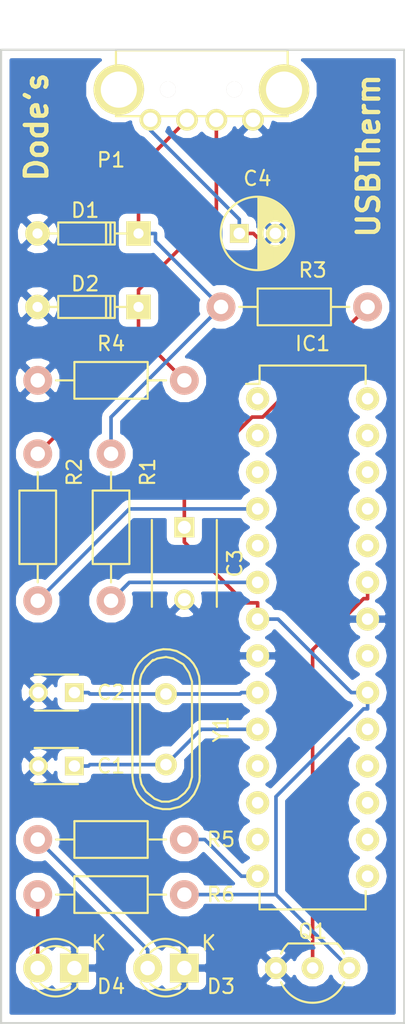
<source format=kicad_pcb>
(kicad_pcb (version 4) (host pcbnew 4.0.2+dfsg1-stable)

  (general
    (links 35)
    (no_connects 0)
    (area 129.464999 73.584999 157.555001 141.045001)
    (thickness 1.6)
    (drawings 6)
    (tracks 64)
    (zones 0)
    (modules 18)
    (nets 33)
  )

  (page A4)
  (title_block
    (title USBTherm)
    (date 2016-06-30)
    (rev 2)
    (company "Torsten Römer <dode@luniks.net> http://luniks.net")
    (comment 1 "License: GPL")
  )

  (layers
    (0 F.Cu signal)
    (31 B.Cu signal)
    (32 B.Adhes user)
    (33 F.Adhes user)
    (34 B.Paste user)
    (35 F.Paste user)
    (36 B.SilkS user)
    (37 F.SilkS user)
    (38 B.Mask user)
    (39 F.Mask user)
    (40 Dwgs.User user)
    (41 Cmts.User user)
    (42 Eco1.User user)
    (43 Eco2.User user)
    (44 Edge.Cuts user)
    (45 Margin user)
    (46 B.CrtYd user)
    (47 F.CrtYd user)
    (48 B.Fab user)
    (49 F.Fab user)
  )

  (setup
    (last_trace_width 0.25)
    (trace_clearance 0.2)
    (zone_clearance 0.508)
    (zone_45_only no)
    (trace_min 0.2)
    (segment_width 0.2)
    (edge_width 0.15)
    (via_size 0.6)
    (via_drill 0.4)
    (via_min_size 0.4)
    (via_min_drill 0.3)
    (uvia_size 0.3)
    (uvia_drill 0.1)
    (uvias_allowed no)
    (uvia_min_size 0.2)
    (uvia_min_drill 0.1)
    (pcb_text_width 0.3)
    (pcb_text_size 1.5 1.5)
    (mod_edge_width 0.15)
    (mod_text_size 1 1)
    (mod_text_width 0.15)
    (pad_size 1.524 1.524)
    (pad_drill 0.762)
    (pad_to_mask_clearance 0.2)
    (aux_axis_origin 0 0)
    (visible_elements FFFFFF7F)
    (pcbplotparams
      (layerselection 0x00030_80000001)
      (usegerberextensions false)
      (excludeedgelayer true)
      (linewidth 0.100000)
      (plotframeref false)
      (viasonmask false)
      (mode 1)
      (useauxorigin false)
      (hpglpennumber 1)
      (hpglpenspeed 20)
      (hpglpendiameter 15)
      (hpglpenoverlay 2)
      (psnegative false)
      (psa4output false)
      (plotreference true)
      (plotvalue true)
      (plotinvisibletext false)
      (padsonsilk false)
      (subtractmaskfromsilk false)
      (outputformat 1)
      (mirror false)
      (drillshape 1)
      (scaleselection 1)
      (outputdirectory ""))
  )

  (net 0 "")
  (net 1 "Net-(C1-Pad1)")
  (net 2 GND)
  (net 3 "Net-(C2-Pad1)")
  (net 4 "Net-(C3-Pad1)")
  (net 5 "Net-(D1-Pad1)")
  (net 6 "Net-(D2-Pad1)")
  (net 7 "Net-(D3-Pad2)")
  (net 8 "Net-(D4-Pad2)")
  (net 9 "Net-(IC1-Pad1)")
  (net 10 "Net-(IC1-Pad2)")
  (net 11 "Net-(IC1-Pad3)")
  (net 12 "Net-(IC1-Pad4)")
  (net 13 "Net-(IC1-Pad5)")
  (net 14 "Net-(IC1-Pad6)")
  (net 15 "Net-(IC1-Pad11)")
  (net 16 "Net-(IC1-Pad12)")
  (net 17 "Net-(IC1-Pad13)")
  (net 18 "Net-(IC1-Pad14)")
  (net 19 "Net-(IC1-Pad15)")
  (net 20 "Net-(IC1-Pad16)")
  (net 21 "Net-(IC1-Pad17)")
  (net 22 "Net-(IC1-Pad18)")
  (net 23 "Net-(IC1-Pad19)")
  (net 24 "Net-(IC1-Pad21)")
  (net 25 "Net-(IC1-Pad23)")
  (net 26 "Net-(IC1-Pad24)")
  (net 27 "Net-(IC1-Pad25)")
  (net 28 "Net-(IC1-Pad26)")
  (net 29 "Net-(IC1-Pad27)")
  (net 30 "Net-(IC1-Pad28)")
  (net 31 "Net-(P1-Pad5)")
  (net 32 "Net-(P1-Pad6)")

  (net_class Default "This is the default net class."
    (clearance 0.2)
    (trace_width 0.25)
    (via_dia 0.6)
    (via_drill 0.4)
    (uvia_dia 0.3)
    (uvia_drill 0.1)
    (add_net GND)
    (add_net "Net-(C1-Pad1)")
    (add_net "Net-(C2-Pad1)")
    (add_net "Net-(C3-Pad1)")
    (add_net "Net-(D1-Pad1)")
    (add_net "Net-(D2-Pad1)")
    (add_net "Net-(D3-Pad2)")
    (add_net "Net-(D4-Pad2)")
    (add_net "Net-(IC1-Pad1)")
    (add_net "Net-(IC1-Pad11)")
    (add_net "Net-(IC1-Pad12)")
    (add_net "Net-(IC1-Pad13)")
    (add_net "Net-(IC1-Pad14)")
    (add_net "Net-(IC1-Pad15)")
    (add_net "Net-(IC1-Pad16)")
    (add_net "Net-(IC1-Pad17)")
    (add_net "Net-(IC1-Pad18)")
    (add_net "Net-(IC1-Pad19)")
    (add_net "Net-(IC1-Pad2)")
    (add_net "Net-(IC1-Pad21)")
    (add_net "Net-(IC1-Pad23)")
    (add_net "Net-(IC1-Pad24)")
    (add_net "Net-(IC1-Pad25)")
    (add_net "Net-(IC1-Pad26)")
    (add_net "Net-(IC1-Pad27)")
    (add_net "Net-(IC1-Pad28)")
    (add_net "Net-(IC1-Pad3)")
    (add_net "Net-(IC1-Pad4)")
    (add_net "Net-(IC1-Pad5)")
    (add_net "Net-(IC1-Pad6)")
    (add_net "Net-(P1-Pad5)")
    (add_net "Net-(P1-Pad6)")
  )

  (module Diodes_ThroughHole:Diode_DO-35_SOD27_Horizontal_RM7 (layer F.Cu) (tedit 5774DD05) (tstamp 575CA5BE)
    (at 139.065 91.44 180)
    (descr "Diode, DO-35,  SOD27, Horizontal, RM 10mm")
    (tags "Diode, DO-35, SOD27, Horizontal, RM 10mm, 1N4148,")
    (path /575C88C0)
    (fp_text reference D2 (at 3.7 1.6 180) (layer F.SilkS)
      (effects (font (size 1 1) (thickness 0.15)))
    )
    (fp_text value 3.6V (at 4 0 180) (layer F.Fab)
      (effects (font (size 1 1) (thickness 0.15)))
    )
    (fp_line (start 5.61652 -0.00254) (end 7.01352 -0.00254) (layer F.SilkS) (width 0.15))
    (fp_line (start 1.57152 -0.00254) (end 0.04752 -0.00254) (layer F.SilkS) (width 0.15))
    (fp_line (start 2.25252 -0.76454) (end 2.25252 0.75946) (layer F.SilkS) (width 0.15))
    (fp_line (start 1.94852 -0.76454) (end 1.94852 0.75946) (layer F.SilkS) (width 0.15))
    (fp_line (start 1.64452 -0.00254) (end 1.64452 0.75946) (layer F.SilkS) (width 0.15))
    (fp_line (start 1.69452 0.75946) (end 5.5 0.75946) (layer F.SilkS) (width 0.15))
    (fp_line (start 5.56652 0.75946) (end 5.56652 -0.76454) (layer F.SilkS) (width 0.15))
    (fp_line (start 5.5 -0.76454) (end 1.69452 -0.76454) (layer F.SilkS) (width 0.15))
    (fp_line (start 1.64452 -0.76454) (end 1.64452 -0.00254) (layer F.SilkS) (width 0.15))
    (pad 2 thru_hole circle (at 7 -0.00254) (size 1.69926 1.69926) (drill 0.70104) (layers *.Cu *.Mask F.SilkS)
      (net 2 GND))
    (pad 1 thru_hole rect (at 0.00052 -0.00254) (size 1.69926 1.69926) (drill 0.70104) (layers *.Cu *.Mask F.SilkS)
      (net 6 "Net-(D2-Pad1)"))
  )

  (module Diode_DO-35_SOD27_Horizontal_RM7 (layer F.Cu) (tedit 5774DD0B) (tstamp 575CA5B8)
    (at 139.065 86.36 180)
    (descr "Diode, DO-35,  SOD27, Horizontal, RM 10mm")
    (tags "Diode, DO-35, SOD27, Horizontal, RM 10mm, 1N4148,")
    (path /575C87D2)
    (fp_text reference D1 (at 3.7 1.6 180) (layer F.SilkS)
      (effects (font (size 1 1) (thickness 0.15)))
    )
    (fp_text value 3.6V (at 4 0 180) (layer F.Fab)
      (effects (font (size 1 1) (thickness 0.15)))
    )
    (fp_line (start 5.61652 -0.00254) (end 7.01352 -0.00254) (layer F.SilkS) (width 0.15))
    (fp_line (start 1.57152 -0.00254) (end 0.04752 -0.00254) (layer F.SilkS) (width 0.15))
    (fp_line (start 2.25252 -0.76454) (end 2.25252 0.75946) (layer F.SilkS) (width 0.15))
    (fp_line (start 1.94852 -0.76454) (end 1.94852 0.75946) (layer F.SilkS) (width 0.15))
    (fp_line (start 1.64452 -0.00254) (end 1.64452 0.75946) (layer F.SilkS) (width 0.15))
    (fp_line (start 1.69452 0.75946) (end 5.5 0.75946) (layer F.SilkS) (width 0.15))
    (fp_line (start 5.56652 0.75946) (end 5.56652 -0.76454) (layer F.SilkS) (width 0.15))
    (fp_line (start 5.5 -0.76454) (end 1.69452 -0.76454) (layer F.SilkS) (width 0.15))
    (fp_line (start 1.64452 -0.76454) (end 1.64452 -0.00254) (layer F.SilkS) (width 0.15))
    (pad 2 thru_hole circle (at 7 -0.00254) (size 1.69926 1.69926) (drill 0.70104) (layers *.Cu *.Mask F.SilkS)
      (net 2 GND))
    (pad 1 thru_hole rect (at 0.00052 -0.00254) (size 1.69926 1.69926) (drill 0.70104) (layers *.Cu *.Mask F.SilkS)
      (net 5 "Net-(D1-Pad1)"))
  )

  (module Connect:USB_A_PLUG_CIRCULAR (layer F.Cu) (tedit 5774DE9E) (tstamp 575CA5F4)
    (at 147 78.5 180)
    (descr "USB A Plug")
    (tags "USB USB_A PLUG")
    (path /575D87A1)
    (fp_text reference P1 (at 9.84 -2.78 180) (layer F.SilkS)
      (effects (font (size 1 1) (thickness 0.15)))
    )
    (fp_text value USB_A_PLUG (at 3.83794 7.43458 180) (layer F.Fab)
      (effects (font (size 1 1) (thickness 0.15)))
    )
    (fp_line (start -2.4 0.25) (end 9.5 0.25) (layer F.SilkS) (width 0.15))
    (fp_line (start 9.5 0.25) (end 9.5 4.8) (layer F.SilkS) (width 0.15))
    (fp_line (start 9.5 4.8) (end -2.4 4.8) (layer F.SilkS) (width 0.15))
    (fp_line (start -2.4 4.8) (end -2.4 0.25) (layer F.SilkS) (width 0.15))
    (fp_line (start -2 0.25) (end -1.95 0.25) (layer F.SilkS) (width 0.15))
    (fp_line (start -3.9 4.8) (end -3.9 -1.1) (layer F.CrtYd) (width 0.05))
    (fp_line (start 11.05 -1.1) (end 11.05 4.8) (layer F.CrtYd) (width 0.05))
    (fp_line (start -3.9 4.8) (end 11.05 4.8) (layer F.CrtYd) (width 0.05))
    (fp_line (start -3.9 -1.1) (end 11.05 -1.1) (layer F.CrtYd) (width 0.05))
    (pad 7 thru_hole circle (at 5.9 2.1 90) (size 1.1 1.1) (drill 1.1) (layers *.Cu *.Mask F.SilkS))
    (pad 1 thru_hole circle (at 7.11286 -0.00212 90) (size 1.50114 1.50114) (drill 1.00076) (layers *.Cu *.Mask F.SilkS)
      (net 4 "Net-(C3-Pad1)"))
    (pad 2 thru_hole circle (at 4.57286 -0.00212 90) (size 1.50114 1.50114) (drill 1.00076) (layers *.Cu *.Mask F.SilkS)
      (net 5 "Net-(D1-Pad1)"))
    (pad 3 thru_hole circle (at 2.54086 -0.00212 90) (size 1.50114 1.50114) (drill 1.00076) (layers *.Cu *.Mask F.SilkS)
      (net 6 "Net-(D2-Pad1)"))
    (pad 4 thru_hole circle (at 0.00086 -0.00212 90) (size 1.50114 1.50114) (drill 1.00076) (layers *.Cu *.Mask F.SilkS)
      (net 2 GND))
    (pad 5 thru_hole circle (at 9.3 2.08488 90) (size 3.5 3.5) (drill 2.5) (layers *.Cu *.Mask F.SilkS)
      (net 31 "Net-(P1-Pad5)"))
    (pad 6 thru_hole circle (at -2.15 2.08488 90) (size 3.5 3.5) (drill 2.5) (layers *.Cu *.Mask F.SilkS)
      (net 32 "Net-(P1-Pad6)"))
    (pad 8 thru_hole circle (at 1.3 2.1 90) (size 1.1 1.1) (drill 1.1) (layers *.Cu *.Mask F.SilkS))
  )

  (module Capacitors_ThroughHole:C_Disc_D3_P2.5 (layer F.Cu) (tedit 575CB5FC) (tstamp 575CA59A)
    (at 134.62 123.19 180)
    (descr "Capacitor 3mm Disc, Pitch 2.5mm")
    (tags Capacitor)
    (path /575C7E6D)
    (fp_text reference C1 (at -2.54 0 180) (layer F.SilkS)
      (effects (font (size 1 1) (thickness 0.15)))
    )
    (fp_text value 22pF (at 1.25 2.5 180) (layer F.Fab)
      (effects (font (size 1 1) (thickness 0.15)))
    )
    (fp_line (start -0.9 -1.5) (end 3.4 -1.5) (layer F.CrtYd) (width 0.05))
    (fp_line (start 3.4 -1.5) (end 3.4 1.5) (layer F.CrtYd) (width 0.05))
    (fp_line (start 3.4 1.5) (end -0.9 1.5) (layer F.CrtYd) (width 0.05))
    (fp_line (start -0.9 1.5) (end -0.9 -1.5) (layer F.CrtYd) (width 0.05))
    (fp_line (start -0.25 -1.25) (end 2.75 -1.25) (layer F.SilkS) (width 0.15))
    (fp_line (start 2.75 1.25) (end -0.25 1.25) (layer F.SilkS) (width 0.15))
    (pad 1 thru_hole rect (at 0 0 180) (size 1.3 1.3) (drill 0.8) (layers *.Cu *.Mask F.SilkS)
      (net 1 "Net-(C1-Pad1)"))
    (pad 2 thru_hole circle (at 2.5 0 180) (size 1.3 1.3) (drill 0.8001) (layers *.Cu *.Mask F.SilkS)
      (net 2 GND))
    (model Capacitors_ThroughHole.3dshapes/C_Disc_D3_P2.5.wrl
      (at (xyz 0.0492126 0 0))
      (scale (xyz 1 1 1))
      (rotate (xyz 0 0 0))
    )
  )

  (module Capacitors_ThroughHole:C_Disc_D3_P2.5 (layer F.Cu) (tedit 575CB5F5) (tstamp 575CA5A0)
    (at 134.62 118.11 180)
    (descr "Capacitor 3mm Disc, Pitch 2.5mm")
    (tags Capacitor)
    (path /575C7D38)
    (fp_text reference C2 (at -2.54 0 180) (layer F.SilkS)
      (effects (font (size 1 1) (thickness 0.15)))
    )
    (fp_text value 22pF (at 1.25 2.5 180) (layer F.Fab)
      (effects (font (size 1 1) (thickness 0.15)))
    )
    (fp_line (start -0.9 -1.5) (end 3.4 -1.5) (layer F.CrtYd) (width 0.05))
    (fp_line (start 3.4 -1.5) (end 3.4 1.5) (layer F.CrtYd) (width 0.05))
    (fp_line (start 3.4 1.5) (end -0.9 1.5) (layer F.CrtYd) (width 0.05))
    (fp_line (start -0.9 1.5) (end -0.9 -1.5) (layer F.CrtYd) (width 0.05))
    (fp_line (start -0.25 -1.25) (end 2.75 -1.25) (layer F.SilkS) (width 0.15))
    (fp_line (start 2.75 1.25) (end -0.25 1.25) (layer F.SilkS) (width 0.15))
    (pad 1 thru_hole rect (at 0 0 180) (size 1.3 1.3) (drill 0.8) (layers *.Cu *.Mask F.SilkS)
      (net 3 "Net-(C2-Pad1)"))
    (pad 2 thru_hole circle (at 2.5 0 180) (size 1.3 1.3) (drill 0.8001) (layers *.Cu *.Mask F.SilkS)
      (net 2 GND))
    (model Capacitors_ThroughHole.3dshapes/C_Disc_D3_P2.5.wrl
      (at (xyz 0.0492126 0 0))
      (scale (xyz 1 1 1))
      (rotate (xyz 0 0 0))
    )
  )

  (module Capacitors_ThroughHole:C_Disc_D6_P5 (layer F.Cu) (tedit 575CB5D1) (tstamp 575CA5AC)
    (at 142.24 106.68 270)
    (descr "Capacitor 6mm Disc, Pitch 5mm")
    (tags Capacitor)
    (path /575C8D23)
    (fp_text reference C3 (at 2.5 -3.5 270) (layer F.SilkS)
      (effects (font (size 1 1) (thickness 0.15)))
    )
    (fp_text value 100nF (at 2.54 1.27 270) (layer F.Fab)
      (effects (font (size 1 1) (thickness 0.15)))
    )
    (fp_line (start -0.95 -2.5) (end 5.95 -2.5) (layer F.CrtYd) (width 0.05))
    (fp_line (start 5.95 -2.5) (end 5.95 2.5) (layer F.CrtYd) (width 0.05))
    (fp_line (start 5.95 2.5) (end -0.95 2.5) (layer F.CrtYd) (width 0.05))
    (fp_line (start -0.95 2.5) (end -0.95 -2.5) (layer F.CrtYd) (width 0.05))
    (fp_line (start -0.5 -2.25) (end 5.5 -2.25) (layer F.SilkS) (width 0.15))
    (fp_line (start 5.5 2.25) (end -0.5 2.25) (layer F.SilkS) (width 0.15))
    (pad 1 thru_hole rect (at 0 0 270) (size 1.4 1.4) (drill 0.9) (layers *.Cu *.Mask F.SilkS)
      (net 4 "Net-(C3-Pad1)"))
    (pad 2 thru_hole circle (at 5 0 270) (size 1.4 1.4) (drill 0.9) (layers *.Cu *.Mask F.SilkS)
      (net 2 GND))
    (model Capacitors_ThroughHole.3dshapes/C_Disc_D6_P5.wrl
      (at (xyz 0.098425 0 0))
      (scale (xyz 1 1 1))
      (rotate (xyz 0 0 0))
    )
  )

  (module Capacitors_ThroughHole:C_Radial_D5_L6_P2.5 (layer F.Cu) (tedit 5774E1DB) (tstamp 575CA5B2)
    (at 146.05 86.36)
    (descr "Radial Electrolytic Capacitor Diameter 5mm x Length 6mm, Pitch 2.5mm")
    (tags "Electrolytic Capacitor")
    (path /575CA3DE)
    (fp_text reference C4 (at 1.25 -3.8) (layer F.SilkS)
      (effects (font (size 1 1) (thickness 0.15)))
    )
    (fp_text value 10uF (at 4.445 -3.81) (layer F.Fab)
      (effects (font (size 1 1) (thickness 0.15)))
    )
    (fp_line (start 1.325 -2.499) (end 1.325 2.499) (layer F.SilkS) (width 0.15))
    (fp_line (start 1.465 -2.491) (end 1.465 2.491) (layer F.SilkS) (width 0.15))
    (fp_line (start 1.605 -2.475) (end 1.605 -0.095) (layer F.SilkS) (width 0.15))
    (fp_line (start 1.605 0.095) (end 1.605 2.475) (layer F.SilkS) (width 0.15))
    (fp_line (start 1.745 -2.451) (end 1.745 -0.49) (layer F.SilkS) (width 0.15))
    (fp_line (start 1.745 0.49) (end 1.745 2.451) (layer F.SilkS) (width 0.15))
    (fp_line (start 1.885 -2.418) (end 1.885 -0.657) (layer F.SilkS) (width 0.15))
    (fp_line (start 1.885 0.657) (end 1.885 2.418) (layer F.SilkS) (width 0.15))
    (fp_line (start 2.025 -2.377) (end 2.025 -0.764) (layer F.SilkS) (width 0.15))
    (fp_line (start 2.025 0.764) (end 2.025 2.377) (layer F.SilkS) (width 0.15))
    (fp_line (start 2.165 -2.327) (end 2.165 -0.835) (layer F.SilkS) (width 0.15))
    (fp_line (start 2.165 0.835) (end 2.165 2.327) (layer F.SilkS) (width 0.15))
    (fp_line (start 2.305 -2.266) (end 2.305 -0.879) (layer F.SilkS) (width 0.15))
    (fp_line (start 2.305 0.879) (end 2.305 2.266) (layer F.SilkS) (width 0.15))
    (fp_line (start 2.445 -2.196) (end 2.445 -0.898) (layer F.SilkS) (width 0.15))
    (fp_line (start 2.445 0.898) (end 2.445 2.196) (layer F.SilkS) (width 0.15))
    (fp_line (start 2.585 -2.114) (end 2.585 -0.896) (layer F.SilkS) (width 0.15))
    (fp_line (start 2.585 0.896) (end 2.585 2.114) (layer F.SilkS) (width 0.15))
    (fp_line (start 2.725 -2.019) (end 2.725 -0.871) (layer F.SilkS) (width 0.15))
    (fp_line (start 2.725 0.871) (end 2.725 2.019) (layer F.SilkS) (width 0.15))
    (fp_line (start 2.865 -1.908) (end 2.865 -0.823) (layer F.SilkS) (width 0.15))
    (fp_line (start 2.865 0.823) (end 2.865 1.908) (layer F.SilkS) (width 0.15))
    (fp_line (start 3.005 -1.78) (end 3.005 -0.745) (layer F.SilkS) (width 0.15))
    (fp_line (start 3.005 0.745) (end 3.005 1.78) (layer F.SilkS) (width 0.15))
    (fp_line (start 3.145 -1.631) (end 3.145 -0.628) (layer F.SilkS) (width 0.15))
    (fp_line (start 3.145 0.628) (end 3.145 1.631) (layer F.SilkS) (width 0.15))
    (fp_line (start 3.285 -1.452) (end 3.285 -0.44) (layer F.SilkS) (width 0.15))
    (fp_line (start 3.285 0.44) (end 3.285 1.452) (layer F.SilkS) (width 0.15))
    (fp_line (start 3.425 -1.233) (end 3.425 1.233) (layer F.SilkS) (width 0.15))
    (fp_line (start 3.565 -0.944) (end 3.565 0.944) (layer F.SilkS) (width 0.15))
    (fp_line (start 3.705 -0.472) (end 3.705 0.472) (layer F.SilkS) (width 0.15))
    (fp_circle (center 2.5 0) (end 2.5 -0.9) (layer F.SilkS) (width 0.15))
    (fp_circle (center 1.25 0) (end 1.25 -2.5375) (layer F.SilkS) (width 0.15))
    (fp_circle (center 1.25 0) (end 1.25 -2.8) (layer F.CrtYd) (width 0.05))
    (pad 1 thru_hole rect (at 0 0) (size 1.3 1.3) (drill 0.8) (layers *.Cu *.Mask F.SilkS)
      (net 4 "Net-(C3-Pad1)"))
    (pad 2 thru_hole circle (at 2.5 0) (size 1.3 1.3) (drill 0.8) (layers *.Cu *.Mask F.SilkS)
      (net 2 GND))
    (model Capacitors_ThroughHole.3dshapes/C_Radial_D5_L6_P2.5.wrl
      (at (xyz 0.049213 0 0))
      (scale (xyz 1 1 1))
      (rotate (xyz 0 0 90))
    )
  )

  (module LEDs:LED-3MM (layer F.Cu) (tedit 575CB652) (tstamp 575CA5C4)
    (at 142.24 137.16 180)
    (descr "LED 3mm round vertical")
    (tags "LED  3mm round vertical")
    (path /575CBE8D)
    (fp_text reference D3 (at -2.54 -1.27 180) (layer F.SilkS)
      (effects (font (size 1 1) (thickness 0.15)))
    )
    (fp_text value Blue (at 1.3 -2.9 180) (layer F.Fab)
      (effects (font (size 1 1) (thickness 0.15)))
    )
    (fp_line (start -1.2 2.3) (end 3.8 2.3) (layer F.CrtYd) (width 0.05))
    (fp_line (start 3.8 2.3) (end 3.8 -2.2) (layer F.CrtYd) (width 0.05))
    (fp_line (start 3.8 -2.2) (end -1.2 -2.2) (layer F.CrtYd) (width 0.05))
    (fp_line (start -1.2 -2.2) (end -1.2 2.3) (layer F.CrtYd) (width 0.05))
    (fp_line (start -0.199 1.314) (end -0.199 1.114) (layer F.SilkS) (width 0.15))
    (fp_line (start -0.199 -1.28) (end -0.199 -1.1) (layer F.SilkS) (width 0.15))
    (fp_arc (start 1.301 0.034) (end -0.199 -1.286) (angle 108.5) (layer F.SilkS) (width 0.15))
    (fp_arc (start 1.301 0.034) (end 0.25 -1.1) (angle 85.7) (layer F.SilkS) (width 0.15))
    (fp_arc (start 1.311 0.034) (end 3.051 0.994) (angle 110) (layer F.SilkS) (width 0.15))
    (fp_arc (start 1.301 0.034) (end 2.335 1.094) (angle 87.5) (layer F.SilkS) (width 0.15))
    (fp_text user K (at -1.69 1.74 180) (layer F.SilkS)
      (effects (font (size 1 1) (thickness 0.15)))
    )
    (pad 1 thru_hole rect (at 0 0 270) (size 2 2) (drill 1.00076) (layers *.Cu *.Mask F.SilkS)
      (net 2 GND))
    (pad 2 thru_hole circle (at 2.54 0 180) (size 2 2) (drill 1.00076) (layers *.Cu *.Mask F.SilkS)
      (net 7 "Net-(D3-Pad2)"))
    (model LEDs.3dshapes/LED-3MM.wrl
      (at (xyz 0.05 0 0))
      (scale (xyz 1 1 1))
      (rotate (xyz 0 0 90))
    )
  )

  (module LEDs:LED-3MM (layer F.Cu) (tedit 575CB64C) (tstamp 575CA5CA)
    (at 134.62 137.16 180)
    (descr "LED 3mm round vertical")
    (tags "LED  3mm round vertical")
    (path /575CD99F)
    (fp_text reference D4 (at -2.54 -1.27 180) (layer F.SilkS)
      (effects (font (size 1 1) (thickness 0.15)))
    )
    (fp_text value Red (at 1.3 -2.9 180) (layer F.Fab)
      (effects (font (size 1 1) (thickness 0.15)))
    )
    (fp_line (start -1.2 2.3) (end 3.8 2.3) (layer F.CrtYd) (width 0.05))
    (fp_line (start 3.8 2.3) (end 3.8 -2.2) (layer F.CrtYd) (width 0.05))
    (fp_line (start 3.8 -2.2) (end -1.2 -2.2) (layer F.CrtYd) (width 0.05))
    (fp_line (start -1.2 -2.2) (end -1.2 2.3) (layer F.CrtYd) (width 0.05))
    (fp_line (start -0.199 1.314) (end -0.199 1.114) (layer F.SilkS) (width 0.15))
    (fp_line (start -0.199 -1.28) (end -0.199 -1.1) (layer F.SilkS) (width 0.15))
    (fp_arc (start 1.301 0.034) (end -0.199 -1.286) (angle 108.5) (layer F.SilkS) (width 0.15))
    (fp_arc (start 1.301 0.034) (end 0.25 -1.1) (angle 85.7) (layer F.SilkS) (width 0.15))
    (fp_arc (start 1.311 0.034) (end 3.051 0.994) (angle 110) (layer F.SilkS) (width 0.15))
    (fp_arc (start 1.301 0.034) (end 2.335 1.094) (angle 87.5) (layer F.SilkS) (width 0.15))
    (fp_text user K (at -1.69 1.74 180) (layer F.SilkS)
      (effects (font (size 1 1) (thickness 0.15)))
    )
    (pad 1 thru_hole rect (at 0 0 270) (size 2 2) (drill 1.00076) (layers *.Cu *.Mask F.SilkS)
      (net 2 GND))
    (pad 2 thru_hole circle (at 2.54 0 180) (size 2 2) (drill 1.00076) (layers *.Cu *.Mask F.SilkS)
      (net 8 "Net-(D4-Pad2)"))
    (model LEDs.3dshapes/LED-3MM.wrl
      (at (xyz 0.05 0 0))
      (scale (xyz 1 1 1))
      (rotate (xyz 0 0 90))
    )
  )

  (module Housings_DIP:DIP-28_W7.62mm (layer F.Cu) (tedit 575F28C5) (tstamp 575CA5EA)
    (at 147.32 97.79)
    (descr "28-lead dip package, row spacing 7.62 mm (300 mils)")
    (tags "dil dip 2.54 300")
    (path /575C5CE7)
    (fp_text reference IC1 (at 3.81 -3.81) (layer F.SilkS)
      (effects (font (size 1 1) (thickness 0.15)))
    )
    (fp_text value ATMEGA328-P (at 3.81 5.08 90) (layer F.Fab)
      (effects (font (size 1 1) (thickness 0.15)))
    )
    (fp_line (start -1.05 -2.45) (end -1.05 35.5) (layer F.CrtYd) (width 0.05))
    (fp_line (start 8.65 -2.45) (end 8.65 35.5) (layer F.CrtYd) (width 0.05))
    (fp_line (start -1.05 -2.45) (end 8.65 -2.45) (layer F.CrtYd) (width 0.05))
    (fp_line (start -1.05 35.5) (end 8.65 35.5) (layer F.CrtYd) (width 0.05))
    (fp_line (start 0.135 -2.295) (end 0.135 -1.025) (layer F.SilkS) (width 0.15))
    (fp_line (start 7.485 -2.295) (end 7.485 -1.025) (layer F.SilkS) (width 0.15))
    (fp_line (start 7.485 35.315) (end 7.485 34.045) (layer F.SilkS) (width 0.15))
    (fp_line (start 0.135 35.315) (end 0.135 34.045) (layer F.SilkS) (width 0.15))
    (fp_line (start 0.135 -2.295) (end 7.485 -2.295) (layer F.SilkS) (width 0.15))
    (fp_line (start 0.135 35.315) (end 7.485 35.315) (layer F.SilkS) (width 0.15))
    (fp_line (start 0.135 -1.025) (end -0.8 -1.025) (layer F.SilkS) (width 0.15))
    (pad 1 thru_hole oval (at 0 0) (size 1.6 1.6) (drill 0.8) (layers *.Cu *.Mask F.SilkS)
      (net 9 "Net-(IC1-Pad1)"))
    (pad 2 thru_hole oval (at 0 2.54) (size 1.6 1.6) (drill 0.8) (layers *.Cu *.Mask F.SilkS)
      (net 10 "Net-(IC1-Pad2)"))
    (pad 3 thru_hole oval (at 0 5.08) (size 1.6 1.6) (drill 0.8) (layers *.Cu *.Mask F.SilkS)
      (net 11 "Net-(IC1-Pad3)"))
    (pad 4 thru_hole oval (at 0 7.62) (size 1.6 1.6) (drill 0.8) (layers *.Cu *.Mask F.SilkS)
      (net 12 "Net-(IC1-Pad4)"))
    (pad 5 thru_hole oval (at 0 10.16) (size 1.6 1.6) (drill 0.8) (layers *.Cu *.Mask F.SilkS)
      (net 13 "Net-(IC1-Pad5)"))
    (pad 6 thru_hole oval (at 0 12.7) (size 1.6 1.6) (drill 0.8) (layers *.Cu *.Mask F.SilkS)
      (net 14 "Net-(IC1-Pad6)"))
    (pad 7 thru_hole oval (at 0 15.24) (size 1.6 1.6) (drill 0.8) (layers *.Cu *.Mask F.SilkS)
      (net 4 "Net-(C3-Pad1)"))
    (pad 8 thru_hole oval (at 0 17.78) (size 1.6 1.6) (drill 0.8) (layers *.Cu *.Mask F.SilkS)
      (net 2 GND))
    (pad 9 thru_hole oval (at 0 20.32) (size 1.6 1.6) (drill 0.8) (layers *.Cu *.Mask F.SilkS)
      (net 3 "Net-(C2-Pad1)"))
    (pad 10 thru_hole oval (at 0 22.86) (size 1.6 1.6) (drill 0.8) (layers *.Cu *.Mask F.SilkS)
      (net 1 "Net-(C1-Pad1)"))
    (pad 11 thru_hole oval (at 0 25.4) (size 1.6 1.6) (drill 0.8) (layers *.Cu *.Mask F.SilkS)
      (net 15 "Net-(IC1-Pad11)"))
    (pad 12 thru_hole oval (at 0 27.94) (size 1.6 1.6) (drill 0.8) (layers *.Cu *.Mask F.SilkS)
      (net 16 "Net-(IC1-Pad12)"))
    (pad 13 thru_hole oval (at 0 30.48) (size 1.6 1.6) (drill 0.8) (layers *.Cu *.Mask F.SilkS)
      (net 17 "Net-(IC1-Pad13)"))
    (pad 14 thru_hole oval (at 0 33.02) (size 1.6 1.6) (drill 0.8) (layers *.Cu *.Mask F.SilkS)
      (net 18 "Net-(IC1-Pad14)"))
    (pad 15 thru_hole oval (at 7.62 33.02) (size 1.6 1.6) (drill 0.8) (layers *.Cu *.Mask F.SilkS)
      (net 19 "Net-(IC1-Pad15)"))
    (pad 16 thru_hole oval (at 7.62 30.48) (size 1.6 1.6) (drill 0.8) (layers *.Cu *.Mask F.SilkS)
      (net 20 "Net-(IC1-Pad16)"))
    (pad 17 thru_hole oval (at 7.62 27.94) (size 1.6 1.6) (drill 0.8) (layers *.Cu *.Mask F.SilkS)
      (net 21 "Net-(IC1-Pad17)"))
    (pad 18 thru_hole oval (at 7.62 25.4) (size 1.6 1.6) (drill 0.8) (layers *.Cu *.Mask F.SilkS)
      (net 22 "Net-(IC1-Pad18)"))
    (pad 19 thru_hole oval (at 7.62 22.86) (size 1.6 1.6) (drill 0.8) (layers *.Cu *.Mask F.SilkS)
      (net 23 "Net-(IC1-Pad19)"))
    (pad 20 thru_hole oval (at 7.62 20.32) (size 1.6 1.6) (drill 0.8) (layers *.Cu *.Mask F.SilkS)
      (net 4 "Net-(C3-Pad1)"))
    (pad 21 thru_hole oval (at 7.62 17.78) (size 1.6 1.6) (drill 0.8) (layers *.Cu *.Mask F.SilkS)
      (net 24 "Net-(IC1-Pad21)"))
    (pad 22 thru_hole oval (at 7.62 15.24) (size 1.6 1.6) (drill 0.8) (layers *.Cu *.Mask F.SilkS)
      (net 2 GND))
    (pad 23 thru_hole oval (at 7.62 12.7) (size 1.6 1.6) (drill 0.8) (layers *.Cu *.Mask F.SilkS)
      (net 25 "Net-(IC1-Pad23)"))
    (pad 24 thru_hole oval (at 7.62 10.16) (size 1.6 1.6) (drill 0.8) (layers *.Cu *.Mask F.SilkS)
      (net 26 "Net-(IC1-Pad24)"))
    (pad 25 thru_hole oval (at 7.62 7.62) (size 1.6 1.6) (drill 0.8) (layers *.Cu *.Mask F.SilkS)
      (net 27 "Net-(IC1-Pad25)"))
    (pad 26 thru_hole oval (at 7.62 5.08) (size 1.6 1.6) (drill 0.8) (layers *.Cu *.Mask F.SilkS)
      (net 28 "Net-(IC1-Pad26)"))
    (pad 27 thru_hole oval (at 7.62 2.54) (size 1.6 1.6) (drill 0.8) (layers *.Cu *.Mask F.SilkS)
      (net 29 "Net-(IC1-Pad27)"))
    (pad 28 thru_hole oval (at 7.62 0) (size 1.6 1.6) (drill 0.8) (layers *.Cu *.Mask F.SilkS)
      (net 30 "Net-(IC1-Pad28)"))
    (model Housings_DIP.3dshapes/DIP-28_W7.62mm.wrl
      (at (xyz 0 0 0))
      (scale (xyz 1 1 1))
      (rotate (xyz 0 0 0))
    )
  )

  (module TO_SOT_Packages_THT:TO-92_Inline_Wide (layer F.Cu) (tedit 575F28A7) (tstamp 575CA5FB)
    (at 153.67 137.16 180)
    (descr "TO-92 leads in-line, wide, drill 0.8mm (see NXP sot054_po.pdf)")
    (tags "to-92 sc-43 sc-43a sot54 PA33 transistor")
    (path /575CAF75)
    (fp_text reference Q1 (at 2.54 2.54 360) (layer F.SilkS)
      (effects (font (size 1 1) (thickness 0.15)))
    )
    (fp_text value TMP36 (at 2.54 -2.54 180) (layer F.Fab)
      (effects (font (size 1 1) (thickness 0.15)))
    )
    (fp_arc (start 2.54 0) (end 0.84 1.7) (angle 20.5) (layer F.SilkS) (width 0.15))
    (fp_arc (start 2.54 0) (end 4.24 1.7) (angle -20.5) (layer F.SilkS) (width 0.15))
    (fp_line (start -1 1.95) (end -1 -2.65) (layer F.CrtYd) (width 0.05))
    (fp_line (start -1 1.95) (end 6.1 1.95) (layer F.CrtYd) (width 0.05))
    (fp_line (start 0.84 1.7) (end 4.24 1.7) (layer F.SilkS) (width 0.15))
    (fp_arc (start 2.54 0) (end 2.54 -2.4) (angle -65.55604127) (layer F.SilkS) (width 0.15))
    (fp_arc (start 2.54 0) (end 2.54 -2.4) (angle 65.55604127) (layer F.SilkS) (width 0.15))
    (fp_line (start -1 -2.65) (end 6.1 -2.65) (layer F.CrtYd) (width 0.05))
    (fp_line (start 6.1 1.95) (end 6.1 -2.65) (layer F.CrtYd) (width 0.05))
    (pad 2 thru_hole circle (at 2.54 0 270) (size 1.524 1.524) (drill 0.8) (layers *.Cu *.Mask F.SilkS)
      (net 25 "Net-(IC1-Pad23)"))
    (pad 3 thru_hole circle (at 5.08 0 270) (size 1.524 1.524) (drill 0.8) (layers *.Cu *.Mask F.SilkS)
      (net 2 GND))
    (pad 1 thru_hole circle (at 0 0 270) (size 1.524 1.524) (drill 0.8) (layers *.Cu *.Mask F.SilkS)
      (net 4 "Net-(C3-Pad1)"))
    (model TO_SOT_Packages_THT.3dshapes/TO-92_Inline_Wide.wrl
      (at (xyz 0.1 0 0))
      (scale (xyz 1 1 1))
      (rotate (xyz 0 0 -90))
    )
  )

  (module Resistors_ThroughHole:Resistor_Horizontal_RM10mm (layer F.Cu) (tedit 575CB5CB) (tstamp 575CA601)
    (at 137.16 101.6 270)
    (descr "Resistor, Axial,  RM 10mm, 1/3W")
    (tags "Resistor Axial RM 10mm 1/3W")
    (path /575C83A0)
    (fp_text reference R1 (at 1.27 -2.54 270) (layer F.SilkS)
      (effects (font (size 1 1) (thickness 0.15)))
    )
    (fp_text value 68 (at 5.08 0 270) (layer F.Fab)
      (effects (font (size 1 1) (thickness 0.15)))
    )
    (fp_line (start -1.25 -1.5) (end 11.4 -1.5) (layer F.CrtYd) (width 0.05))
    (fp_line (start -1.25 1.5) (end -1.25 -1.5) (layer F.CrtYd) (width 0.05))
    (fp_line (start 11.4 -1.5) (end 11.4 1.5) (layer F.CrtYd) (width 0.05))
    (fp_line (start -1.25 1.5) (end 11.4 1.5) (layer F.CrtYd) (width 0.05))
    (fp_line (start 2.54 -1.27) (end 7.62 -1.27) (layer F.SilkS) (width 0.15))
    (fp_line (start 7.62 -1.27) (end 7.62 1.27) (layer F.SilkS) (width 0.15))
    (fp_line (start 7.62 1.27) (end 2.54 1.27) (layer F.SilkS) (width 0.15))
    (fp_line (start 2.54 1.27) (end 2.54 -1.27) (layer F.SilkS) (width 0.15))
    (fp_line (start 2.54 0) (end 1.27 0) (layer F.SilkS) (width 0.15))
    (fp_line (start 7.62 0) (end 8.89 0) (layer F.SilkS) (width 0.15))
    (pad 1 thru_hole circle (at 0 0 270) (size 1.99898 1.99898) (drill 1.00076) (layers *.Cu *.SilkS *.Mask)
      (net 5 "Net-(D1-Pad1)"))
    (pad 2 thru_hole circle (at 10.16 0 270) (size 1.99898 1.99898) (drill 1.00076) (layers *.Cu *.SilkS *.Mask)
      (net 14 "Net-(IC1-Pad6)"))
    (model Resistors_ThroughHole.3dshapes/Resistor_Horizontal_RM10mm.wrl
      (at (xyz 0.2 0 0))
      (scale (xyz 0.4 0.4 0.4))
      (rotate (xyz 0 0 0))
    )
  )

  (module Resistors_ThroughHole:Resistor_Horizontal_RM10mm (layer F.Cu) (tedit 575CB6FC) (tstamp 575CA607)
    (at 132.08 101.6 270)
    (descr "Resistor, Axial,  RM 10mm, 1/3W")
    (tags "Resistor Axial RM 10mm 1/3W")
    (path /575C85D0)
    (fp_text reference R2 (at 1.27 -2.54 270) (layer F.SilkS)
      (effects (font (size 1 1) (thickness 0.15)))
    )
    (fp_text value 68 (at 5.08 0 270) (layer F.Fab)
      (effects (font (size 1 1) (thickness 0.15)))
    )
    (fp_line (start -1.25 -1.5) (end 11.4 -1.5) (layer F.CrtYd) (width 0.05))
    (fp_line (start -1.25 1.5) (end -1.25 -1.5) (layer F.CrtYd) (width 0.05))
    (fp_line (start 11.4 -1.5) (end 11.4 1.5) (layer F.CrtYd) (width 0.05))
    (fp_line (start -1.25 1.5) (end 11.4 1.5) (layer F.CrtYd) (width 0.05))
    (fp_line (start 2.54 -1.27) (end 7.62 -1.27) (layer F.SilkS) (width 0.15))
    (fp_line (start 7.62 -1.27) (end 7.62 1.27) (layer F.SilkS) (width 0.15))
    (fp_line (start 7.62 1.27) (end 2.54 1.27) (layer F.SilkS) (width 0.15))
    (fp_line (start 2.54 1.27) (end 2.54 -1.27) (layer F.SilkS) (width 0.15))
    (fp_line (start 2.54 0) (end 1.27 0) (layer F.SilkS) (width 0.15))
    (fp_line (start 7.62 0) (end 8.89 0) (layer F.SilkS) (width 0.15))
    (pad 1 thru_hole circle (at 0 0 270) (size 1.99898 1.99898) (drill 1.00076) (layers *.Cu *.SilkS *.Mask)
      (net 6 "Net-(D2-Pad1)"))
    (pad 2 thru_hole circle (at 10.16 0 270) (size 1.99898 1.99898) (drill 1.00076) (layers *.Cu *.SilkS *.Mask)
      (net 12 "Net-(IC1-Pad4)"))
    (model Resistors_ThroughHole.3dshapes/Resistor_Horizontal_RM10mm.wrl
      (at (xyz 0.2 0 0))
      (scale (xyz 0.4 0.4 0.4))
      (rotate (xyz 0 0 0))
    )
  )

  (module Resistors_ThroughHole:Resistor_Horizontal_RM10mm (layer F.Cu) (tedit 575F28CF) (tstamp 575CA60D)
    (at 154.94 91.44 180)
    (descr "Resistor, Axial,  RM 10mm, 1/3W")
    (tags "Resistor Axial RM 10mm 1/3W")
    (path /575C983C)
    (fp_text reference R3 (at 3.81 2.54 180) (layer F.SilkS)
      (effects (font (size 1 1) (thickness 0.15)))
    )
    (fp_text value 1.5K (at 5.08 0 180) (layer F.Fab)
      (effects (font (size 1 1) (thickness 0.15)))
    )
    (fp_line (start -1.25 -1.5) (end 11.4 -1.5) (layer F.CrtYd) (width 0.05))
    (fp_line (start -1.25 1.5) (end -1.25 -1.5) (layer F.CrtYd) (width 0.05))
    (fp_line (start 11.4 -1.5) (end 11.4 1.5) (layer F.CrtYd) (width 0.05))
    (fp_line (start -1.25 1.5) (end 11.4 1.5) (layer F.CrtYd) (width 0.05))
    (fp_line (start 2.54 -1.27) (end 7.62 -1.27) (layer F.SilkS) (width 0.15))
    (fp_line (start 7.62 -1.27) (end 7.62 1.27) (layer F.SilkS) (width 0.15))
    (fp_line (start 7.62 1.27) (end 2.54 1.27) (layer F.SilkS) (width 0.15))
    (fp_line (start 2.54 1.27) (end 2.54 -1.27) (layer F.SilkS) (width 0.15))
    (fp_line (start 2.54 0) (end 1.27 0) (layer F.SilkS) (width 0.15))
    (fp_line (start 7.62 0) (end 8.89 0) (layer F.SilkS) (width 0.15))
    (pad 1 thru_hole circle (at 0 0 180) (size 1.99898 1.99898) (drill 1.00076) (layers *.Cu *.SilkS *.Mask)
      (net 4 "Net-(C3-Pad1)"))
    (pad 2 thru_hole circle (at 10.16 0 180) (size 1.99898 1.99898) (drill 1.00076) (layers *.Cu *.SilkS *.Mask)
      (net 5 "Net-(D1-Pad1)"))
    (model Resistors_ThroughHole.3dshapes/Resistor_Horizontal_RM10mm.wrl
      (at (xyz 0.2 0 0))
      (scale (xyz 0.4 0.4 0.4))
      (rotate (xyz 0 0 0))
    )
  )

  (module Resistors_ThroughHole:Resistor_Horizontal_RM10mm (layer F.Cu) (tedit 575CB54D) (tstamp 575CA613)
    (at 142.24 96.52 180)
    (descr "Resistor, Axial,  RM 10mm, 1/3W")
    (tags "Resistor Axial RM 10mm 1/3W")
    (path /575C9D6B)
    (fp_text reference R4 (at 5.08 2.54 180) (layer F.SilkS)
      (effects (font (size 1 1) (thickness 0.15)))
    )
    (fp_text value 1M (at 5.08 0 180) (layer F.Fab)
      (effects (font (size 1 1) (thickness 0.15)))
    )
    (fp_line (start -1.25 -1.5) (end 11.4 -1.5) (layer F.CrtYd) (width 0.05))
    (fp_line (start -1.25 1.5) (end -1.25 -1.5) (layer F.CrtYd) (width 0.05))
    (fp_line (start 11.4 -1.5) (end 11.4 1.5) (layer F.CrtYd) (width 0.05))
    (fp_line (start -1.25 1.5) (end 11.4 1.5) (layer F.CrtYd) (width 0.05))
    (fp_line (start 2.54 -1.27) (end 7.62 -1.27) (layer F.SilkS) (width 0.15))
    (fp_line (start 7.62 -1.27) (end 7.62 1.27) (layer F.SilkS) (width 0.15))
    (fp_line (start 7.62 1.27) (end 2.54 1.27) (layer F.SilkS) (width 0.15))
    (fp_line (start 2.54 1.27) (end 2.54 -1.27) (layer F.SilkS) (width 0.15))
    (fp_line (start 2.54 0) (end 1.27 0) (layer F.SilkS) (width 0.15))
    (fp_line (start 7.62 0) (end 8.89 0) (layer F.SilkS) (width 0.15))
    (pad 1 thru_hole circle (at 0 0 180) (size 1.99898 1.99898) (drill 1.00076) (layers *.Cu *.SilkS *.Mask)
      (net 6 "Net-(D2-Pad1)"))
    (pad 2 thru_hole circle (at 10.16 0 180) (size 1.99898 1.99898) (drill 1.00076) (layers *.Cu *.SilkS *.Mask)
      (net 2 GND))
    (model Resistors_ThroughHole.3dshapes/Resistor_Horizontal_RM10mm.wrl
      (at (xyz 0.2 0 0))
      (scale (xyz 0.4 0.4 0.4))
      (rotate (xyz 0 0 0))
    )
  )

  (module Resistors_ThroughHole:Resistor_Horizontal_RM10mm (layer F.Cu) (tedit 575CB604) (tstamp 575CA619)
    (at 132.08 128.27)
    (descr "Resistor, Axial,  RM 10mm, 1/3W")
    (tags "Resistor Axial RM 10mm 1/3W")
    (path /575CC0AC)
    (fp_text reference R5 (at 12.7 0) (layer F.SilkS)
      (effects (font (size 1 1) (thickness 0.15)))
    )
    (fp_text value 220 (at 5.08 3.81) (layer F.Fab)
      (effects (font (size 1 1) (thickness 0.15)))
    )
    (fp_line (start -1.25 -1.5) (end 11.4 -1.5) (layer F.CrtYd) (width 0.05))
    (fp_line (start -1.25 1.5) (end -1.25 -1.5) (layer F.CrtYd) (width 0.05))
    (fp_line (start 11.4 -1.5) (end 11.4 1.5) (layer F.CrtYd) (width 0.05))
    (fp_line (start -1.25 1.5) (end 11.4 1.5) (layer F.CrtYd) (width 0.05))
    (fp_line (start 2.54 -1.27) (end 7.62 -1.27) (layer F.SilkS) (width 0.15))
    (fp_line (start 7.62 -1.27) (end 7.62 1.27) (layer F.SilkS) (width 0.15))
    (fp_line (start 7.62 1.27) (end 2.54 1.27) (layer F.SilkS) (width 0.15))
    (fp_line (start 2.54 1.27) (end 2.54 -1.27) (layer F.SilkS) (width 0.15))
    (fp_line (start 2.54 0) (end 1.27 0) (layer F.SilkS) (width 0.15))
    (fp_line (start 7.62 0) (end 8.89 0) (layer F.SilkS) (width 0.15))
    (pad 1 thru_hole circle (at 0 0) (size 1.99898 1.99898) (drill 1.00076) (layers *.Cu *.SilkS *.Mask)
      (net 7 "Net-(D3-Pad2)"))
    (pad 2 thru_hole circle (at 10.16 0) (size 1.99898 1.99898) (drill 1.00076) (layers *.Cu *.SilkS *.Mask)
      (net 18 "Net-(IC1-Pad14)"))
    (model Resistors_ThroughHole.3dshapes/Resistor_Horizontal_RM10mm.wrl
      (at (xyz 0.2 0 0))
      (scale (xyz 0.4 0.4 0.4))
      (rotate (xyz 0 0 0))
    )
  )

  (module Resistors_ThroughHole:Resistor_Horizontal_RM10mm (layer F.Cu) (tedit 575CB60F) (tstamp 575CA61F)
    (at 142.24 132.08 180)
    (descr "Resistor, Axial,  RM 10mm, 1/3W")
    (tags "Resistor Axial RM 10mm 1/3W")
    (path /575CD2D6)
    (fp_text reference R6 (at -2.54 0 180) (layer F.SilkS)
      (effects (font (size 1 1) (thickness 0.15)))
    )
    (fp_text value 220 (at 5.08 3.81 180) (layer F.Fab)
      (effects (font (size 1 1) (thickness 0.15)))
    )
    (fp_line (start -1.25 -1.5) (end 11.4 -1.5) (layer F.CrtYd) (width 0.05))
    (fp_line (start -1.25 1.5) (end -1.25 -1.5) (layer F.CrtYd) (width 0.05))
    (fp_line (start 11.4 -1.5) (end 11.4 1.5) (layer F.CrtYd) (width 0.05))
    (fp_line (start -1.25 1.5) (end 11.4 1.5) (layer F.CrtYd) (width 0.05))
    (fp_line (start 2.54 -1.27) (end 7.62 -1.27) (layer F.SilkS) (width 0.15))
    (fp_line (start 7.62 -1.27) (end 7.62 1.27) (layer F.SilkS) (width 0.15))
    (fp_line (start 7.62 1.27) (end 2.54 1.27) (layer F.SilkS) (width 0.15))
    (fp_line (start 2.54 1.27) (end 2.54 -1.27) (layer F.SilkS) (width 0.15))
    (fp_line (start 2.54 0) (end 1.27 0) (layer F.SilkS) (width 0.15))
    (fp_line (start 7.62 0) (end 8.89 0) (layer F.SilkS) (width 0.15))
    (pad 1 thru_hole circle (at 0 0 180) (size 1.99898 1.99898) (drill 1.00076) (layers *.Cu *.SilkS *.Mask)
      (net 4 "Net-(C3-Pad1)"))
    (pad 2 thru_hole circle (at 10.16 0 180) (size 1.99898 1.99898) (drill 1.00076) (layers *.Cu *.SilkS *.Mask)
      (net 8 "Net-(D4-Pad2)"))
    (model Resistors_ThroughHole.3dshapes/Resistor_Horizontal_RM10mm.wrl
      (at (xyz 0.2 0 0))
      (scale (xyz 0.4 0.4 0.4))
      (rotate (xyz 0 0 0))
    )
  )

  (module Crystals:Crystal_HC49-U_Vertical (layer F.Cu) (tedit 575F2831) (tstamp 575CA625)
    (at 140.97 120.65 90)
    (descr "Crystal, Quarz, HC49/U, vertical, stehend,")
    (tags "Crystal, Quarz, HC49/U, vertical, stehend,")
    (path /575C7C1B)
    (fp_text reference Y1 (at 0 3.81 90) (layer F.SilkS)
      (effects (font (size 1 1) (thickness 0.15)))
    )
    (fp_text value "12 MHz" (at 0 0 90) (layer F.Fab)
      (effects (font (size 1 1) (thickness 0.15)))
    )
    (fp_line (start 4.699 -1.00076) (end 4.89966 -0.59944) (layer F.SilkS) (width 0.15))
    (fp_line (start 4.89966 -0.59944) (end 5.00126 0) (layer F.SilkS) (width 0.15))
    (fp_line (start 5.00126 0) (end 4.89966 0.50038) (layer F.SilkS) (width 0.15))
    (fp_line (start 4.89966 0.50038) (end 4.50088 1.19888) (layer F.SilkS) (width 0.15))
    (fp_line (start 4.50088 1.19888) (end 3.8989 1.6002) (layer F.SilkS) (width 0.15))
    (fp_line (start 3.8989 1.6002) (end 3.29946 1.80086) (layer F.SilkS) (width 0.15))
    (fp_line (start 3.29946 1.80086) (end -3.29946 1.80086) (layer F.SilkS) (width 0.15))
    (fp_line (start -3.29946 1.80086) (end -4.0005 1.6002) (layer F.SilkS) (width 0.15))
    (fp_line (start -4.0005 1.6002) (end -4.39928 1.30048) (layer F.SilkS) (width 0.15))
    (fp_line (start -4.39928 1.30048) (end -4.8006 0.8001) (layer F.SilkS) (width 0.15))
    (fp_line (start -4.8006 0.8001) (end -5.00126 0.20066) (layer F.SilkS) (width 0.15))
    (fp_line (start -5.00126 0.20066) (end -5.00126 -0.29972) (layer F.SilkS) (width 0.15))
    (fp_line (start -5.00126 -0.29972) (end -4.8006 -0.8001) (layer F.SilkS) (width 0.15))
    (fp_line (start -4.8006 -0.8001) (end -4.30022 -1.39954) (layer F.SilkS) (width 0.15))
    (fp_line (start -4.30022 -1.39954) (end -3.79984 -1.69926) (layer F.SilkS) (width 0.15))
    (fp_line (start -3.79984 -1.69926) (end -3.29946 -1.80086) (layer F.SilkS) (width 0.15))
    (fp_line (start -3.2004 -1.80086) (end 3.40106 -1.80086) (layer F.SilkS) (width 0.15))
    (fp_line (start 3.40106 -1.80086) (end 3.79984 -1.69926) (layer F.SilkS) (width 0.15))
    (fp_line (start 3.79984 -1.69926) (end 4.30022 -1.39954) (layer F.SilkS) (width 0.15))
    (fp_line (start 4.30022 -1.39954) (end 4.8006 -0.89916) (layer F.SilkS) (width 0.15))
    (fp_line (start -3.19024 -2.32918) (end -3.64998 -2.28092) (layer F.SilkS) (width 0.15))
    (fp_line (start -3.64998 -2.28092) (end -4.04876 -2.16916) (layer F.SilkS) (width 0.15))
    (fp_line (start -4.04876 -2.16916) (end -4.48056 -1.95072) (layer F.SilkS) (width 0.15))
    (fp_line (start -4.48056 -1.95072) (end -4.77012 -1.71958) (layer F.SilkS) (width 0.15))
    (fp_line (start -4.77012 -1.71958) (end -5.10032 -1.36906) (layer F.SilkS) (width 0.15))
    (fp_line (start -5.10032 -1.36906) (end -5.38988 -0.83058) (layer F.SilkS) (width 0.15))
    (fp_line (start -5.38988 -0.83058) (end -5.51942 -0.23114) (layer F.SilkS) (width 0.15))
    (fp_line (start -5.51942 -0.23114) (end -5.51942 0.2794) (layer F.SilkS) (width 0.15))
    (fp_line (start -5.51942 0.2794) (end -5.34924 0.98044) (layer F.SilkS) (width 0.15))
    (fp_line (start -5.34924 0.98044) (end -4.95046 1.56972) (layer F.SilkS) (width 0.15))
    (fp_line (start -4.95046 1.56972) (end -4.49072 1.94056) (layer F.SilkS) (width 0.15))
    (fp_line (start -4.49072 1.94056) (end -4.06908 2.14884) (layer F.SilkS) (width 0.15))
    (fp_line (start -4.06908 2.14884) (end -3.6195 2.30886) (layer F.SilkS) (width 0.15))
    (fp_line (start -3.6195 2.30886) (end -3.18008 2.33934) (layer F.SilkS) (width 0.15))
    (fp_line (start 4.16052 2.1209) (end 4.53898 1.89992) (layer F.SilkS) (width 0.15))
    (fp_line (start 4.53898 1.89992) (end 4.85902 1.62052) (layer F.SilkS) (width 0.15))
    (fp_line (start 4.85902 1.62052) (end 5.11048 1.29032) (layer F.SilkS) (width 0.15))
    (fp_line (start 5.11048 1.29032) (end 5.4102 0.73914) (layer F.SilkS) (width 0.15))
    (fp_line (start 5.4102 0.73914) (end 5.51942 0.26924) (layer F.SilkS) (width 0.15))
    (fp_line (start 5.51942 0.26924) (end 5.53974 -0.1905) (layer F.SilkS) (width 0.15))
    (fp_line (start 5.53974 -0.1905) (end 5.45084 -0.65024) (layer F.SilkS) (width 0.15))
    (fp_line (start 5.45084 -0.65024) (end 5.26034 -1.09982) (layer F.SilkS) (width 0.15))
    (fp_line (start 5.26034 -1.09982) (end 4.89966 -1.56972) (layer F.SilkS) (width 0.15))
    (fp_line (start 4.89966 -1.56972) (end 4.54914 -1.88976) (layer F.SilkS) (width 0.15))
    (fp_line (start 4.54914 -1.88976) (end 4.16052 -2.1209) (layer F.SilkS) (width 0.15))
    (fp_line (start 4.16052 -2.1209) (end 3.73126 -2.2606) (layer F.SilkS) (width 0.15))
    (fp_line (start 3.73126 -2.2606) (end 3.2893 -2.32918) (layer F.SilkS) (width 0.15))
    (fp_line (start -3.2004 2.32918) (end 3.2512 2.32918) (layer F.SilkS) (width 0.15))
    (fp_line (start 3.2512 2.32918) (end 3.6703 2.29108) (layer F.SilkS) (width 0.15))
    (fp_line (start 3.6703 2.29108) (end 4.16052 2.1209) (layer F.SilkS) (width 0.15))
    (fp_line (start -3.2004 -2.32918) (end 3.2512 -2.32918) (layer F.SilkS) (width 0.15))
    (pad 1 thru_hole circle (at -2.44094 0 90) (size 1.50114 1.50114) (drill 0.8001) (layers *.Cu *.Mask F.SilkS)
      (net 1 "Net-(C1-Pad1)"))
    (pad 2 thru_hole circle (at 2.44094 0 90) (size 1.50114 1.50114) (drill 0.8001) (layers *.Cu *.Mask F.SilkS)
      (net 3 "Net-(C2-Pad1)"))
  )

  (gr_text USBTherm (at 155 81 90) (layer F.SilkS)
    (effects (font (size 1.5 1.5) (thickness 0.3)))
  )
  (gr_text Dode's (at 132 79 90) (layer F.SilkS)
    (effects (font (size 1.5 1.5) (thickness 0.3)))
  )
  (gr_line (start 157.48 73.66) (end 129.54 73.66) (angle 90) (layer Edge.Cuts) (width 0.15))
  (gr_line (start 157.48 140.97) (end 157.48 73.66) (angle 90) (layer Edge.Cuts) (width 0.15))
  (gr_line (start 129.54 140.97) (end 157.48 140.97) (angle 90) (layer Edge.Cuts) (width 0.15))
  (gr_line (start 129.54 73.66) (end 129.54 140.97) (angle 90) (layer Edge.Cuts) (width 0.15))

  (segment (start 135.6944 123.0909) (end 135.5953 123.19) (width 0.25) (layer B.Cu) (net 1))
  (segment (start 140.97 123.0909) (end 135.6944 123.0909) (width 0.25) (layer B.Cu) (net 1))
  (segment (start 134.62 123.19) (end 135.5953 123.19) (width 0.25) (layer B.Cu) (net 1))
  (segment (start 143.4109 120.65) (end 140.97 123.0909) (width 0.25) (layer B.Cu) (net 1))
  (segment (start 147.32 120.65) (end 143.4109 120.65) (width 0.25) (layer B.Cu) (net 1))
  (segment (start 147.32 118.11) (end 146.1947 118.11) (width 0.25) (layer B.Cu) (net 3))
  (segment (start 146.0956 118.2091) (end 140.97 118.2091) (width 0.25) (layer B.Cu) (net 3))
  (segment (start 146.1947 118.11) (end 146.0956 118.2091) (width 0.25) (layer B.Cu) (net 3))
  (segment (start 135.6944 118.2091) (end 135.5953 118.11) (width 0.25) (layer B.Cu) (net 3))
  (segment (start 140.97 118.2091) (end 135.6944 118.2091) (width 0.25) (layer B.Cu) (net 3))
  (segment (start 134.62 118.11) (end 135.5953 118.11) (width 0.25) (layer B.Cu) (net 3))
  (segment (start 146.9347 99.06) (end 142.24 103.7547) (width 0.25) (layer F.Cu) (net 4))
  (segment (start 139.8871 79.2218) (end 139.8871 78.5021) (width 0.25) (layer B.Cu) (net 4))
  (segment (start 146.05 85.3847) (end 139.8871 79.2218) (width 0.25) (layer B.Cu) (net 4))
  (segment (start 146.05 86.36) (end 146.05 85.3847) (width 0.25) (layer B.Cu) (net 4))
  (segment (start 146.4394 111.9047) (end 142.24 107.7053) (width 0.25) (layer F.Cu) (net 4))
  (segment (start 147.32 111.9047) (end 146.4394 111.9047) (width 0.25) (layer F.Cu) (net 4))
  (segment (start 147.32 113.03) (end 147.32 111.9047) (width 0.25) (layer F.Cu) (net 4))
  (segment (start 142.24 106.68) (end 142.24 107.7053) (width 0.25) (layer F.Cu) (net 4))
  (segment (start 154.94 118.11) (end 154.94 119.2353) (width 0.25) (layer B.Cu) (net 4))
  (segment (start 154.6587 119.2353) (end 154.94 119.2353) (width 0.25) (layer B.Cu) (net 4))
  (segment (start 148.59 125.304) (end 154.6587 119.2353) (width 0.25) (layer B.Cu) (net 4))
  (segment (start 148.59 132.08) (end 148.59 125.304) (width 0.25) (layer B.Cu) (net 4))
  (segment (start 142.24 132.08) (end 148.59 132.08) (width 0.25) (layer B.Cu) (net 4))
  (segment (start 148.59 132.08) (end 153.67 137.16) (width 0.25) (layer B.Cu) (net 4))
  (segment (start 148.7347 113.03) (end 153.8147 118.11) (width 0.25) (layer B.Cu) (net 4))
  (segment (start 147.32 113.03) (end 148.7347 113.03) (width 0.25) (layer B.Cu) (net 4))
  (segment (start 154.94 118.11) (end 153.8147 118.11) (width 0.25) (layer B.Cu) (net 4))
  (segment (start 146.05 86.36) (end 147.0253 86.36) (width 0.25) (layer F.Cu) (net 4))
  (segment (start 153.5227 92.8573) (end 147.0253 86.36) (width 0.25) (layer F.Cu) (net 4))
  (segment (start 154.94 91.44) (end 153.5227 92.8573) (width 0.25) (layer F.Cu) (net 4))
  (segment (start 142.24 103.7547) (end 142.24 106.68) (width 0.25) (layer F.Cu) (net 4))
  (segment (start 147.6749 99.06) (end 146.9347 99.06) (width 0.25) (layer F.Cu) (net 4))
  (segment (start 153.035 93.6999) (end 147.6749 99.06) (width 0.25) (layer F.Cu) (net 4))
  (segment (start 153.035 93.345) (end 153.035 93.6999) (width 0.25) (layer F.Cu) (net 4))
  (segment (start 153.5227 92.8573) (end 153.035 93.345) (width 0.25) (layer F.Cu) (net 4))
  (segment (start 139.0645 81.8647) (end 142.4271 78.5021) (width 0.25) (layer F.Cu) (net 5))
  (segment (start 139.0645 86.3625) (end 139.0645 81.8647) (width 0.25) (layer F.Cu) (net 5))
  (segment (start 140.2394 86.8994) (end 140.2394 86.3625) (width 0.25) (layer B.Cu) (net 5))
  (segment (start 144.78 91.44) (end 140.2394 86.8994) (width 0.25) (layer B.Cu) (net 5))
  (segment (start 139.0645 86.3625) (end 140.2394 86.3625) (width 0.25) (layer B.Cu) (net 5))
  (segment (start 137.16 99.06) (end 144.78 91.44) (width 0.25) (layer B.Cu) (net 5))
  (segment (start 137.16 101.6) (end 137.16 99.06) (width 0.25) (layer B.Cu) (net 5))
  (segment (start 144.4591 84.873) (end 139.0645 90.2676) (width 0.25) (layer F.Cu) (net 6))
  (segment (start 144.4591 78.5021) (end 144.4591 84.873) (width 0.25) (layer F.Cu) (net 6))
  (segment (start 139.0645 91.4425) (end 139.0645 90.2676) (width 0.25) (layer F.Cu) (net 6))
  (segment (start 132.08 101.6) (end 139.7 93.98) (width 0.25) (layer F.Cu) (net 6))
  (segment (start 142.24 96.52) (end 139.7 93.98) (width 0.25) (layer F.Cu) (net 6))
  (segment (start 139.0645 93.3445) (end 139.0645 91.4425) (width 0.25) (layer F.Cu) (net 6))
  (segment (start 139.7 93.98) (end 139.0645 93.3445) (width 0.25) (layer F.Cu) (net 6))
  (segment (start 139.7 135.89) (end 139.7 137.16) (width 0.25) (layer B.Cu) (net 7))
  (segment (start 132.08 128.27) (end 139.7 135.89) (width 0.25) (layer B.Cu) (net 7))
  (segment (start 132.08 132.08) (end 132.08 137.16) (width 0.25) (layer F.Cu) (net 8))
  (segment (start 138.43 105.41) (end 147.32 105.41) (width 0.25) (layer B.Cu) (net 12))
  (segment (start 132.08 111.76) (end 138.43 105.41) (width 0.25) (layer B.Cu) (net 12))
  (segment (start 138.43 110.49) (end 147.32 110.49) (width 0.25) (layer B.Cu) (net 14))
  (segment (start 137.16 111.76) (end 138.43 110.49) (width 0.25) (layer B.Cu) (net 14))
  (segment (start 143.6547 128.27) (end 146.1947 130.81) (width 0.25) (layer B.Cu) (net 18))
  (segment (start 142.24 128.27) (end 143.6547 128.27) (width 0.25) (layer B.Cu) (net 18))
  (segment (start 147.32 130.81) (end 146.1947 130.81) (width 0.25) (layer B.Cu) (net 18))
  (segment (start 154.6587 111.6153) (end 154.94 111.6153) (width 0.25) (layer F.Cu) (net 25))
  (segment (start 151.13 115.144) (end 154.6587 111.6153) (width 0.25) (layer F.Cu) (net 25))
  (segment (start 151.13 137.16) (end 151.13 115.144) (width 0.25) (layer F.Cu) (net 25))
  (segment (start 154.94 110.49) (end 154.94 111.6153) (width 0.25) (layer F.Cu) (net 25))

  (zone (net 2) (net_name GND) (layer B.Cu) (tstamp 5760379A) (hatch edge 0.508)
    (connect_pads (clearance 0.508))
    (min_thickness 0.254)
    (fill yes (arc_segments 16) (thermal_gap 0.508) (thermal_bridge_width 0.508))
    (polygon
      (pts
        (xy 129.5 73.5) (xy 157.5 73.5) (xy 157.5 141) (xy 129.5 141)
      )
    )
    (filled_polygon
      (pts
        (xy 136.350771 74.392036) (xy 135.679274 75.062362) (xy 135.315415 75.938633) (xy 135.314587 76.887445) (xy 135.676916 77.764349)
        (xy 136.347242 78.435846) (xy 137.223513 78.799705) (xy 138.172325 78.800533) (xy 138.501428 78.664551) (xy 138.50133 78.776518)
        (xy 138.711826 79.285957) (xy 139.101253 79.676064) (xy 139.383947 79.793449) (xy 144.903035 85.312537) (xy 144.803569 85.45811)
        (xy 144.75256 85.71) (xy 144.75256 87.01) (xy 144.796838 87.245317) (xy 144.93591 87.461441) (xy 145.14811 87.606431)
        (xy 145.4 87.65744) (xy 146.7 87.65744) (xy 146.935317 87.613162) (xy 147.151441 87.47409) (xy 147.296431 87.26189)
        (xy 147.297012 87.259016) (xy 147.83059 87.259016) (xy 147.886271 87.489611) (xy 148.369078 87.657622) (xy 148.879428 87.628083)
        (xy 149.213729 87.489611) (xy 149.26941 87.259016) (xy 148.55 86.539605) (xy 147.83059 87.259016) (xy 147.297012 87.259016)
        (xy 147.34744 87.01) (xy 147.34744 86.847615) (xy 147.420389 87.023729) (xy 147.650984 87.07941) (xy 148.370395 86.36)
        (xy 148.729605 86.36) (xy 149.449016 87.07941) (xy 149.679611 87.023729) (xy 149.847622 86.540922) (xy 149.818083 86.030572)
        (xy 149.679611 85.696271) (xy 149.449016 85.64059) (xy 148.729605 86.36) (xy 148.370395 86.36) (xy 147.650984 85.64059)
        (xy 147.420389 85.696271) (xy 147.34744 85.905902) (xy 147.34744 85.71) (xy 147.303162 85.474683) (xy 147.294347 85.460984)
        (xy 147.83059 85.460984) (xy 148.55 86.180395) (xy 149.26941 85.460984) (xy 149.213729 85.230389) (xy 148.730922 85.062378)
        (xy 148.220572 85.091917) (xy 147.886271 85.230389) (xy 147.83059 85.460984) (xy 147.294347 85.460984) (xy 147.16409 85.258559)
        (xy 146.95189 85.113569) (xy 146.736121 85.069875) (xy 146.587401 84.847299) (xy 141.044582 79.30448) (xy 141.061084 79.288007)
        (xy 141.157115 79.056739) (xy 141.251826 79.285957) (xy 141.641253 79.676064) (xy 142.150324 79.887449) (xy 142.701538 79.88793)
        (xy 143.210977 79.677434) (xy 143.443203 79.445613) (xy 143.673253 79.676064) (xy 144.182324 79.887449) (xy 144.733538 79.88793)
        (xy 145.242977 79.677434) (xy 145.446716 79.47405) (xy 146.206815 79.47405) (xy 146.274875 79.715051) (xy 146.794174 79.899887)
        (xy 147.344678 79.871925) (xy 147.723405 79.715051) (xy 147.791465 79.47405) (xy 146.99914 78.681725) (xy 146.206815 79.47405)
        (xy 145.446716 79.47405) (xy 145.633084 79.288007) (xy 145.722519 79.072624) (xy 145.786209 79.226385) (xy 146.02721 79.294445)
        (xy 146.819535 78.50212) (xy 146.805393 78.487978) (xy 146.984998 78.308373) (xy 146.99914 78.322515) (xy 147.013283 78.308373)
        (xy 147.192888 78.487978) (xy 147.178745 78.50212) (xy 147.97107 79.294445) (xy 148.212071 79.226385) (xy 148.396907 78.707086)
        (xy 148.395753 78.684369) (xy 148.673513 78.799705) (xy 149.622325 78.800533) (xy 150.499229 78.438204) (xy 151.170726 77.767878)
        (xy 151.534585 76.891607) (xy 151.535413 75.942795) (xy 151.173084 75.065891) (xy 150.502758 74.394394) (xy 150.444011 74.37)
        (xy 156.77 74.37) (xy 156.77 140.26) (xy 130.25 140.26) (xy 130.25 137.483795) (xy 130.444716 137.483795)
        (xy 130.693106 138.084943) (xy 131.152637 138.545278) (xy 131.753352 138.794716) (xy 132.403795 138.795284) (xy 133.004943 138.546894)
        (xy 133.067197 138.484749) (xy 133.081673 138.519698) (xy 133.260301 138.698327) (xy 133.49369 138.795) (xy 134.33425 138.795)
        (xy 134.493 138.63625) (xy 134.493 137.287) (xy 134.747 137.287) (xy 134.747 138.63625) (xy 134.90575 138.795)
        (xy 135.74631 138.795) (xy 135.979699 138.698327) (xy 136.158327 138.519698) (xy 136.255 138.286309) (xy 136.255 137.44575)
        (xy 136.09625 137.287) (xy 134.747 137.287) (xy 134.493 137.287) (xy 134.473 137.287) (xy 134.473 137.033)
        (xy 134.493 137.033) (xy 134.493 135.68375) (xy 134.747 135.68375) (xy 134.747 137.033) (xy 136.09625 137.033)
        (xy 136.255 136.87425) (xy 136.255 136.033691) (xy 136.158327 135.800302) (xy 135.979699 135.621673) (xy 135.74631 135.525)
        (xy 134.90575 135.525) (xy 134.747 135.68375) (xy 134.493 135.68375) (xy 134.33425 135.525) (xy 133.49369 135.525)
        (xy 133.260301 135.621673) (xy 133.081673 135.800302) (xy 133.06737 135.834834) (xy 133.007363 135.774722) (xy 132.406648 135.525284)
        (xy 131.756205 135.524716) (xy 131.155057 135.773106) (xy 130.694722 136.232637) (xy 130.445284 136.833352) (xy 130.444716 137.483795)
        (xy 130.25 137.483795) (xy 130.25 132.403694) (xy 130.445226 132.403694) (xy 130.693538 133.004655) (xy 131.152927 133.464846)
        (xy 131.753453 133.714206) (xy 132.403694 133.714774) (xy 133.004655 133.466462) (xy 133.464846 133.007073) (xy 133.714206 132.406547)
        (xy 133.714774 131.756306) (xy 133.466462 131.155345) (xy 133.007073 130.695154) (xy 132.406547 130.445794) (xy 131.756306 130.445226)
        (xy 131.155345 130.693538) (xy 130.695154 131.152927) (xy 130.445794 131.753453) (xy 130.445226 132.403694) (xy 130.25 132.403694)
        (xy 130.25 128.593694) (xy 130.445226 128.593694) (xy 130.693538 129.194655) (xy 131.152927 129.654846) (xy 131.753453 129.904206)
        (xy 132.403694 129.904774) (xy 132.570889 129.835691) (xy 138.641564 135.906366) (xy 138.314722 136.232637) (xy 138.065284 136.833352)
        (xy 138.064716 137.483795) (xy 138.313106 138.084943) (xy 138.772637 138.545278) (xy 139.373352 138.794716) (xy 140.023795 138.795284)
        (xy 140.624943 138.546894) (xy 140.687197 138.484749) (xy 140.701673 138.519698) (xy 140.880301 138.698327) (xy 141.11369 138.795)
        (xy 141.95425 138.795) (xy 142.113 138.63625) (xy 142.113 137.287) (xy 142.367 137.287) (xy 142.367 138.63625)
        (xy 142.52575 138.795) (xy 143.36631 138.795) (xy 143.599699 138.698327) (xy 143.778327 138.519698) (xy 143.875 138.286309)
        (xy 143.875 138.140213) (xy 147.789392 138.140213) (xy 147.858857 138.382397) (xy 148.382302 138.569144) (xy 148.937368 138.541362)
        (xy 149.321143 138.382397) (xy 149.390608 138.140213) (xy 148.59 137.339605) (xy 147.789392 138.140213) (xy 143.875 138.140213)
        (xy 143.875 137.44575) (xy 143.71625 137.287) (xy 142.367 137.287) (xy 142.113 137.287) (xy 142.093 137.287)
        (xy 142.093 137.033) (xy 142.113 137.033) (xy 142.113 135.68375) (xy 142.367 135.68375) (xy 142.367 137.033)
        (xy 143.71625 137.033) (xy 143.796948 136.952302) (xy 147.180856 136.952302) (xy 147.208638 137.507368) (xy 147.367603 137.891143)
        (xy 147.609787 137.960608) (xy 148.410395 137.16) (xy 147.609787 136.359392) (xy 147.367603 136.428857) (xy 147.180856 136.952302)
        (xy 143.796948 136.952302) (xy 143.875 136.87425) (xy 143.875 136.179787) (xy 147.789392 136.179787) (xy 148.59 136.980395)
        (xy 149.390608 136.179787) (xy 149.321143 135.937603) (xy 148.797698 135.750856) (xy 148.242632 135.778638) (xy 147.858857 135.937603)
        (xy 147.789392 136.179787) (xy 143.875 136.179787) (xy 143.875 136.033691) (xy 143.778327 135.800302) (xy 143.599699 135.621673)
        (xy 143.36631 135.525) (xy 142.52575 135.525) (xy 142.367 135.68375) (xy 142.113 135.68375) (xy 141.95425 135.525)
        (xy 141.11369 135.525) (xy 140.880301 135.621673) (xy 140.701673 135.800302) (xy 140.68737 135.834834) (xy 140.627363 135.774722)
        (xy 140.419937 135.688591) (xy 140.402148 135.599161) (xy 140.402148 135.59916) (xy 140.237401 135.352599) (xy 133.645885 128.761083)
        (xy 133.714206 128.596547) (xy 133.714774 127.946306) (xy 133.466462 127.345345) (xy 133.007073 126.885154) (xy 132.406547 126.635794)
        (xy 131.756306 126.635226) (xy 131.155345 126.883538) (xy 130.695154 127.342927) (xy 130.445794 127.943453) (xy 130.445226 128.593694)
        (xy 130.25 128.593694) (xy 130.25 124.089016) (xy 131.40059 124.089016) (xy 131.456271 124.319611) (xy 131.939078 124.487622)
        (xy 132.449428 124.458083) (xy 132.783729 124.319611) (xy 132.83941 124.089016) (xy 132.12 123.369605) (xy 131.40059 124.089016)
        (xy 130.25 124.089016) (xy 130.25 123.009078) (xy 130.822378 123.009078) (xy 130.851917 123.519428) (xy 130.990389 123.853729)
        (xy 131.220984 123.90941) (xy 131.940395 123.19) (xy 131.220984 122.47059) (xy 130.990389 122.526271) (xy 130.822378 123.009078)
        (xy 130.25 123.009078) (xy 130.25 122.290984) (xy 131.40059 122.290984) (xy 132.12 123.010395) (xy 132.83941 122.290984)
        (xy 132.783729 122.060389) (xy 132.300922 121.892378) (xy 131.790572 121.921917) (xy 131.456271 122.060389) (xy 131.40059 122.290984)
        (xy 130.25 122.290984) (xy 130.25 119.009016) (xy 131.40059 119.009016) (xy 131.456271 119.239611) (xy 131.939078 119.407622)
        (xy 132.449428 119.378083) (xy 132.783729 119.239611) (xy 132.83941 119.009016) (xy 132.12 118.289605) (xy 131.40059 119.009016)
        (xy 130.25 119.009016) (xy 130.25 117.929078) (xy 130.822378 117.929078) (xy 130.851917 118.439428) (xy 130.990389 118.773729)
        (xy 131.220984 118.82941) (xy 131.940395 118.11) (xy 131.220984 117.39059) (xy 130.990389 117.446271) (xy 130.822378 117.929078)
        (xy 130.25 117.929078) (xy 130.25 117.210984) (xy 131.40059 117.210984) (xy 132.12 117.930395) (xy 132.83941 117.210984)
        (xy 132.783729 116.980389) (xy 132.300922 116.812378) (xy 131.790572 116.841917) (xy 131.456271 116.980389) (xy 131.40059 117.210984)
        (xy 130.25 117.210984) (xy 130.25 112.083694) (xy 130.445226 112.083694) (xy 130.693538 112.684655) (xy 131.152927 113.144846)
        (xy 131.753453 113.394206) (xy 132.403694 113.394774) (xy 133.004655 113.146462) (xy 133.464846 112.687073) (xy 133.714206 112.086547)
        (xy 133.714774 111.436306) (xy 133.645691 111.269111) (xy 138.744802 106.17) (xy 140.89256 106.17) (xy 140.89256 107.38)
        (xy 140.936838 107.615317) (xy 141.07591 107.831441) (xy 141.28811 107.976431) (xy 141.54 108.02744) (xy 142.94 108.02744)
        (xy 143.175317 107.983162) (xy 143.391441 107.84409) (xy 143.536431 107.63189) (xy 143.58744 107.38) (xy 143.58744 106.17)
        (xy 146.107005 106.17) (xy 146.277189 106.424698) (xy 146.659275 106.68) (xy 146.277189 106.935302) (xy 145.96612 107.400849)
        (xy 145.856887 107.95) (xy 145.96612 108.499151) (xy 146.277189 108.964698) (xy 146.659275 109.22) (xy 146.277189 109.475302)
        (xy 146.107005 109.73) (xy 138.43 109.73) (xy 138.13916 109.787852) (xy 137.892599 109.952599) (xy 137.651083 110.194115)
        (xy 137.486547 110.125794) (xy 136.836306 110.125226) (xy 136.235345 110.373538) (xy 135.775154 110.832927) (xy 135.525794 111.433453)
        (xy 135.525226 112.083694) (xy 135.773538 112.684655) (xy 136.232927 113.144846) (xy 136.833453 113.394206) (xy 137.483694 113.394774)
        (xy 138.084655 113.146462) (xy 138.544846 112.687073) (xy 138.574659 112.615275) (xy 141.484331 112.615275) (xy 141.546169 112.851042)
        (xy 142.047122 113.027419) (xy 142.57744 112.998664) (xy 142.933831 112.851042) (xy 142.995669 112.615275) (xy 142.24 111.859605)
        (xy 141.484331 112.615275) (xy 138.574659 112.615275) (xy 138.794206 112.086547) (xy 138.794774 111.436306) (xy 138.725691 111.269111)
        (xy 138.744802 111.25) (xy 140.976068 111.25) (xy 140.892581 111.487122) (xy 140.921336 112.01744) (xy 141.068958 112.373831)
        (xy 141.304725 112.435669) (xy 142.060395 111.68) (xy 142.046252 111.665858) (xy 142.225858 111.486253) (xy 142.24 111.500395)
        (xy 142.254143 111.486253) (xy 142.433748 111.665858) (xy 142.419605 111.68) (xy 143.175275 112.435669) (xy 143.411042 112.373831)
        (xy 143.587419 111.872878) (xy 143.558664 111.34256) (xy 143.520324 111.25) (xy 146.107005 111.25) (xy 146.277189 111.504698)
        (xy 146.659275 111.76) (xy 146.277189 112.015302) (xy 145.96612 112.480849) (xy 145.856887 113.03) (xy 145.96612 113.579151)
        (xy 146.277189 114.044698) (xy 146.681703 114.314986) (xy 146.464866 114.417611) (xy 146.088959 114.832577) (xy 145.928096 115.220961)
        (xy 146.050085 115.443) (xy 147.193 115.443) (xy 147.193 115.423) (xy 147.447 115.423) (xy 147.447 115.443)
        (xy 148.589915 115.443) (xy 148.711904 115.220961) (xy 148.551041 114.832577) (xy 148.175134 114.417611) (xy 147.958297 114.314986)
        (xy 148.362811 114.044698) (xy 148.487695 113.857797) (xy 153.277299 118.647401) (xy 153.523861 118.812148) (xy 153.713563 118.849882)
        (xy 153.816003 119.003195) (xy 148.207603 124.611595) (xy 147.980725 124.46) (xy 148.362811 124.204698) (xy 148.67388 123.739151)
        (xy 148.783113 123.19) (xy 148.67388 122.640849) (xy 148.362811 122.175302) (xy 147.980725 121.92) (xy 148.362811 121.664698)
        (xy 148.67388 121.199151) (xy 148.783113 120.65) (xy 148.67388 120.100849) (xy 148.362811 119.635302) (xy 147.980725 119.38)
        (xy 148.362811 119.124698) (xy 148.67388 118.659151) (xy 148.783113 118.11) (xy 148.67388 117.560849) (xy 148.362811 117.095302)
        (xy 147.958297 116.825014) (xy 148.175134 116.722389) (xy 148.551041 116.307423) (xy 148.711904 115.919039) (xy 148.589915 115.697)
        (xy 147.447 115.697) (xy 147.447 115.717) (xy 147.193 115.717) (xy 147.193 115.697) (xy 146.050085 115.697)
        (xy 145.928096 115.919039) (xy 146.088959 116.307423) (xy 146.464866 116.722389) (xy 146.681703 116.825014) (xy 146.277189 117.095302)
        (xy 146.093563 117.370118) (xy 145.903861 117.407852) (xy 145.842129 117.4491) (xy 142.15518 117.4491) (xy 142.145314 117.425223)
        (xy 141.755887 117.035116) (xy 141.246816 116.823731) (xy 140.695602 116.82325) (xy 140.186163 117.033746) (xy 139.796056 117.423173)
        (xy 139.78529 117.4491) (xy 135.947871 117.4491) (xy 135.910718 117.424275) (xy 135.873162 117.224683) (xy 135.73409 117.008559)
        (xy 135.52189 116.863569) (xy 135.27 116.81256) (xy 133.97 116.81256) (xy 133.734683 116.856838) (xy 133.518559 116.99591)
        (xy 133.373569 117.20811) (xy 133.32256 117.46) (xy 133.32256 117.622385) (xy 133.249611 117.446271) (xy 133.019016 117.39059)
        (xy 132.299605 118.11) (xy 133.019016 118.82941) (xy 133.249611 118.773729) (xy 133.32256 118.564098) (xy 133.32256 118.76)
        (xy 133.366838 118.995317) (xy 133.50591 119.211441) (xy 133.71811 119.356431) (xy 133.97 119.40744) (xy 135.27 119.40744)
        (xy 135.505317 119.363162) (xy 135.721441 119.22409) (xy 135.866431 119.01189) (xy 135.875096 118.9691) (xy 139.784853 118.9691)
        (xy 139.794686 118.992897) (xy 140.184113 119.383004) (xy 140.693184 119.594389) (xy 141.244398 119.59487) (xy 141.753837 119.384374)
        (xy 142.143944 118.994947) (xy 142.154677 118.9691) (xy 146.0956 118.9691) (xy 146.164115 118.955471) (xy 146.277189 119.124698)
        (xy 146.659275 119.38) (xy 146.277189 119.635302) (xy 146.107005 119.89) (xy 143.4109 119.89) (xy 143.120061 119.947852)
        (xy 142.873499 120.112599) (xy 141.270608 121.71549) (xy 141.246816 121.705611) (xy 140.695602 121.70513) (xy 140.186163 121.915626)
        (xy 139.796056 122.305053) (xy 139.785323 122.3309) (xy 135.878095 122.3309) (xy 135.873162 122.304683) (xy 135.73409 122.088559)
        (xy 135.52189 121.943569) (xy 135.27 121.89256) (xy 133.97 121.89256) (xy 133.734683 121.936838) (xy 133.518559 122.07591)
        (xy 133.373569 122.28811) (xy 133.32256 122.54) (xy 133.32256 122.702385) (xy 133.249611 122.526271) (xy 133.019016 122.47059)
        (xy 132.299605 123.19) (xy 133.019016 123.90941) (xy 133.249611 123.853729) (xy 133.32256 123.644098) (xy 133.32256 123.84)
        (xy 133.366838 124.075317) (xy 133.50591 124.291441) (xy 133.71811 124.436431) (xy 133.97 124.48744) (xy 135.27 124.48744)
        (xy 135.505317 124.443162) (xy 135.721441 124.30409) (xy 135.866431 124.09189) (xy 135.910125 123.876121) (xy 135.947871 123.8509)
        (xy 139.78482 123.8509) (xy 139.794686 123.874777) (xy 140.184113 124.264884) (xy 140.693184 124.476269) (xy 141.244398 124.47675)
        (xy 141.753837 124.266254) (xy 142.143944 123.876827) (xy 142.355329 123.367756) (xy 142.35581 122.816542) (xy 142.345094 122.790608)
        (xy 143.725702 121.41) (xy 146.107005 121.41) (xy 146.277189 121.664698) (xy 146.659275 121.92) (xy 146.277189 122.175302)
        (xy 145.96612 122.640849) (xy 145.856887 123.19) (xy 145.96612 123.739151) (xy 146.277189 124.204698) (xy 146.659275 124.46)
        (xy 146.277189 124.715302) (xy 145.96612 125.180849) (xy 145.856887 125.73) (xy 145.96612 126.279151) (xy 146.277189 126.744698)
        (xy 146.659275 127) (xy 146.277189 127.255302) (xy 145.96612 127.720849) (xy 145.856887 128.27) (xy 145.96612 128.819151)
        (xy 146.277189 129.284698) (xy 146.659275 129.54) (xy 146.277189 129.795302) (xy 146.268223 129.808721) (xy 144.192101 127.732599)
        (xy 143.945539 127.567852) (xy 143.69806 127.518625) (xy 143.626462 127.345345) (xy 143.167073 126.885154) (xy 142.566547 126.635794)
        (xy 141.916306 126.635226) (xy 141.315345 126.883538) (xy 140.855154 127.342927) (xy 140.605794 127.943453) (xy 140.605226 128.593694)
        (xy 140.853538 129.194655) (xy 141.312927 129.654846) (xy 141.913453 129.904206) (xy 142.563694 129.904774) (xy 143.164655 129.656462)
        (xy 143.565857 129.255959) (xy 145.629898 131.32) (xy 143.694496 131.32) (xy 143.626462 131.155345) (xy 143.167073 130.695154)
        (xy 142.566547 130.445794) (xy 141.916306 130.445226) (xy 141.315345 130.693538) (xy 140.855154 131.152927) (xy 140.605794 131.753453)
        (xy 140.605226 132.403694) (xy 140.853538 133.004655) (xy 141.312927 133.464846) (xy 141.913453 133.714206) (xy 142.563694 133.714774)
        (xy 143.164655 133.466462) (xy 143.624846 133.007073) (xy 143.694221 132.84) (xy 148.275198 132.84) (xy 151.198257 135.763059)
        (xy 150.853339 135.762758) (xy 150.339697 135.97499) (xy 149.946371 136.36763) (xy 149.866605 136.559727) (xy 149.812397 136.428857)
        (xy 149.570213 136.359392) (xy 148.769605 137.16) (xy 149.570213 137.960608) (xy 149.812397 137.891143) (xy 149.862509 137.750682)
        (xy 149.94499 137.950303) (xy 150.33763 138.343629) (xy 150.8509 138.556757) (xy 151.406661 138.557242) (xy 151.920303 138.34501)
        (xy 152.313629 137.95237) (xy 152.399949 137.744488) (xy 152.48499 137.950303) (xy 152.87763 138.343629) (xy 153.3909 138.556757)
        (xy 153.946661 138.557242) (xy 154.460303 138.34501) (xy 154.853629 137.95237) (xy 155.066757 137.4391) (xy 155.067242 136.883339)
        (xy 154.85501 136.369697) (xy 154.46237 135.976371) (xy 153.9491 135.763243) (xy 153.393339 135.762758) (xy 153.360945 135.776143)
        (xy 149.35 131.765198) (xy 149.35 125.618802) (xy 153.659632 121.30917) (xy 153.897189 121.664698) (xy 154.279275 121.92)
        (xy 153.897189 122.175302) (xy 153.58612 122.640849) (xy 153.476887 123.19) (xy 153.58612 123.739151) (xy 153.897189 124.204698)
        (xy 154.279275 124.46) (xy 153.897189 124.715302) (xy 153.58612 125.180849) (xy 153.476887 125.73) (xy 153.58612 126.279151)
        (xy 153.897189 126.744698) (xy 154.279275 127) (xy 153.897189 127.255302) (xy 153.58612 127.720849) (xy 153.476887 128.27)
        (xy 153.58612 128.819151) (xy 153.897189 129.284698) (xy 154.279275 129.54) (xy 153.897189 129.795302) (xy 153.58612 130.260849)
        (xy 153.476887 130.81) (xy 153.58612 131.359151) (xy 153.897189 131.824698) (xy 154.362736 132.135767) (xy 154.911887 132.245)
        (xy 154.968113 132.245) (xy 155.517264 132.135767) (xy 155.982811 131.824698) (xy 156.29388 131.359151) (xy 156.403113 130.81)
        (xy 156.29388 130.260849) (xy 155.982811 129.795302) (xy 155.600725 129.54) (xy 155.982811 129.284698) (xy 156.29388 128.819151)
        (xy 156.403113 128.27) (xy 156.29388 127.720849) (xy 155.982811 127.255302) (xy 155.600725 127) (xy 155.982811 126.744698)
        (xy 156.29388 126.279151) (xy 156.403113 125.73) (xy 156.29388 125.180849) (xy 155.982811 124.715302) (xy 155.600725 124.46)
        (xy 155.982811 124.204698) (xy 156.29388 123.739151) (xy 156.403113 123.19) (xy 156.29388 122.640849) (xy 155.982811 122.175302)
        (xy 155.600725 121.92) (xy 155.982811 121.664698) (xy 156.29388 121.199151) (xy 156.403113 120.65) (xy 156.29388 120.100849)
        (xy 155.982811 119.635302) (xy 155.662947 119.421576) (xy 155.682022 119.325679) (xy 155.982811 119.124698) (xy 156.29388 118.659151)
        (xy 156.403113 118.11) (xy 156.29388 117.560849) (xy 155.982811 117.095302) (xy 155.600725 116.84) (xy 155.982811 116.584698)
        (xy 156.29388 116.119151) (xy 156.403113 115.57) (xy 156.29388 115.020849) (xy 155.982811 114.555302) (xy 155.578297 114.285014)
        (xy 155.795134 114.182389) (xy 156.171041 113.767423) (xy 156.331904 113.379039) (xy 156.209915 113.157) (xy 155.067 113.157)
        (xy 155.067 113.177) (xy 154.813 113.177) (xy 154.813 113.157) (xy 153.670085 113.157) (xy 153.548096 113.379039)
        (xy 153.708959 113.767423) (xy 154.084866 114.182389) (xy 154.301703 114.285014) (xy 153.897189 114.555302) (xy 153.58612 115.020849)
        (xy 153.476887 115.57) (xy 153.58612 116.119151) (xy 153.897189 116.584698) (xy 154.279275 116.84) (xy 153.897189 117.095302)
        (xy 153.888223 117.108721) (xy 149.272101 112.492599) (xy 149.025539 112.327852) (xy 148.7347 112.27) (xy 148.532995 112.27)
        (xy 148.362811 112.015302) (xy 147.980725 111.76) (xy 148.362811 111.504698) (xy 148.67388 111.039151) (xy 148.783113 110.49)
        (xy 148.67388 109.940849) (xy 148.362811 109.475302) (xy 147.980725 109.22) (xy 148.362811 108.964698) (xy 148.67388 108.499151)
        (xy 148.783113 107.95) (xy 148.67388 107.400849) (xy 148.362811 106.935302) (xy 147.980725 106.68) (xy 148.362811 106.424698)
        (xy 148.67388 105.959151) (xy 148.783113 105.41) (xy 148.67388 104.860849) (xy 148.362811 104.395302) (xy 147.980725 104.14)
        (xy 148.362811 103.884698) (xy 148.67388 103.419151) (xy 148.783113 102.87) (xy 148.67388 102.320849) (xy 148.362811 101.855302)
        (xy 147.980725 101.6) (xy 148.362811 101.344698) (xy 148.67388 100.879151) (xy 148.783113 100.33) (xy 148.67388 99.780849)
        (xy 148.362811 99.315302) (xy 147.980725 99.06) (xy 148.362811 98.804698) (xy 148.67388 98.339151) (xy 148.783113 97.79)
        (xy 153.476887 97.79) (xy 153.58612 98.339151) (xy 153.897189 98.804698) (xy 154.279275 99.06) (xy 153.897189 99.315302)
        (xy 153.58612 99.780849) (xy 153.476887 100.33) (xy 153.58612 100.879151) (xy 153.897189 101.344698) (xy 154.279275 101.6)
        (xy 153.897189 101.855302) (xy 153.58612 102.320849) (xy 153.476887 102.87) (xy 153.58612 103.419151) (xy 153.897189 103.884698)
        (xy 154.279275 104.14) (xy 153.897189 104.395302) (xy 153.58612 104.860849) (xy 153.476887 105.41) (xy 153.58612 105.959151)
        (xy 153.897189 106.424698) (xy 154.279275 106.68) (xy 153.897189 106.935302) (xy 153.58612 107.400849) (xy 153.476887 107.95)
        (xy 153.58612 108.499151) (xy 153.897189 108.964698) (xy 154.279275 109.22) (xy 153.897189 109.475302) (xy 153.58612 109.940849)
        (xy 153.476887 110.49) (xy 153.58612 111.039151) (xy 153.897189 111.504698) (xy 154.301703 111.774986) (xy 154.084866 111.877611)
        (xy 153.708959 112.292577) (xy 153.548096 112.680961) (xy 153.670085 112.903) (xy 154.813 112.903) (xy 154.813 112.883)
        (xy 155.067 112.883) (xy 155.067 112.903) (xy 156.209915 112.903) (xy 156.331904 112.680961) (xy 156.171041 112.292577)
        (xy 155.795134 111.877611) (xy 155.578297 111.774986) (xy 155.982811 111.504698) (xy 156.29388 111.039151) (xy 156.403113 110.49)
        (xy 156.29388 109.940849) (xy 155.982811 109.475302) (xy 155.600725 109.22) (xy 155.982811 108.964698) (xy 156.29388 108.499151)
        (xy 156.403113 107.95) (xy 156.29388 107.400849) (xy 155.982811 106.935302) (xy 155.600725 106.68) (xy 155.982811 106.424698)
        (xy 156.29388 105.959151) (xy 156.403113 105.41) (xy 156.29388 104.860849) (xy 155.982811 104.395302) (xy 155.600725 104.14)
        (xy 155.982811 103.884698) (xy 156.29388 103.419151) (xy 156.403113 102.87) (xy 156.29388 102.320849) (xy 155.982811 101.855302)
        (xy 155.600725 101.6) (xy 155.982811 101.344698) (xy 156.29388 100.879151) (xy 156.403113 100.33) (xy 156.29388 99.780849)
        (xy 155.982811 99.315302) (xy 155.600725 99.06) (xy 155.982811 98.804698) (xy 156.29388 98.339151) (xy 156.403113 97.79)
        (xy 156.29388 97.240849) (xy 155.982811 96.775302) (xy 155.517264 96.464233) (xy 154.968113 96.355) (xy 154.911887 96.355)
        (xy 154.362736 96.464233) (xy 153.897189 96.775302) (xy 153.58612 97.240849) (xy 153.476887 97.79) (xy 148.783113 97.79)
        (xy 148.67388 97.240849) (xy 148.362811 96.775302) (xy 147.897264 96.464233) (xy 147.348113 96.355) (xy 147.291887 96.355)
        (xy 146.742736 96.464233) (xy 146.277189 96.775302) (xy 145.96612 97.240849) (xy 145.856887 97.79) (xy 145.96612 98.339151)
        (xy 146.277189 98.804698) (xy 146.659275 99.06) (xy 146.277189 99.315302) (xy 145.96612 99.780849) (xy 145.856887 100.33)
        (xy 145.96612 100.879151) (xy 146.277189 101.344698) (xy 146.659275 101.6) (xy 146.277189 101.855302) (xy 145.96612 102.320849)
        (xy 145.856887 102.87) (xy 145.96612 103.419151) (xy 146.277189 103.884698) (xy 146.659275 104.14) (xy 146.277189 104.395302)
        (xy 146.107005 104.65) (xy 138.43 104.65) (xy 138.139161 104.707852) (xy 137.892599 104.872599) (xy 132.571083 110.194115)
        (xy 132.406547 110.125794) (xy 131.756306 110.125226) (xy 131.155345 110.373538) (xy 130.695154 110.832927) (xy 130.445794 111.433453)
        (xy 130.445226 112.083694) (xy 130.25 112.083694) (xy 130.25 101.923694) (xy 130.445226 101.923694) (xy 130.693538 102.524655)
        (xy 131.152927 102.984846) (xy 131.753453 103.234206) (xy 132.403694 103.234774) (xy 133.004655 102.986462) (xy 133.464846 102.527073)
        (xy 133.714206 101.926547) (xy 133.714208 101.923694) (xy 135.525226 101.923694) (xy 135.773538 102.524655) (xy 136.232927 102.984846)
        (xy 136.833453 103.234206) (xy 137.483694 103.234774) (xy 138.084655 102.986462) (xy 138.544846 102.527073) (xy 138.794206 101.926547)
        (xy 138.794774 101.276306) (xy 138.546462 100.675345) (xy 138.087073 100.215154) (xy 137.92 100.145779) (xy 137.92 99.374802)
        (xy 140.605361 96.689441) (xy 140.605226 96.843694) (xy 140.853538 97.444655) (xy 141.312927 97.904846) (xy 141.913453 98.154206)
        (xy 142.563694 98.154774) (xy 143.164655 97.906462) (xy 143.624846 97.447073) (xy 143.874206 96.846547) (xy 143.874774 96.196306)
        (xy 143.626462 95.595345) (xy 143.167073 95.135154) (xy 142.566547 94.885794) (xy 142.409145 94.885657) (xy 144.288917 93.005885)
        (xy 144.453453 93.074206) (xy 145.103694 93.074774) (xy 145.704655 92.826462) (xy 146.164846 92.367073) (xy 146.414206 91.766547)
        (xy 146.414208 91.763694) (xy 153.305226 91.763694) (xy 153.553538 92.364655) (xy 154.012927 92.824846) (xy 154.613453 93.074206)
        (xy 155.263694 93.074774) (xy 155.864655 92.826462) (xy 156.324846 92.367073) (xy 156.574206 91.766547) (xy 156.574774 91.116306)
        (xy 156.326462 90.515345) (xy 155.867073 90.055154) (xy 155.266547 89.805794) (xy 154.616306 89.805226) (xy 154.015345 90.053538)
        (xy 153.555154 90.512927) (xy 153.305794 91.113453) (xy 153.305226 91.763694) (xy 146.414208 91.763694) (xy 146.414774 91.116306)
        (xy 146.166462 90.515345) (xy 145.707073 90.055154) (xy 145.106547 89.805794) (xy 144.456306 89.805226) (xy 144.289111 89.874309)
        (xy 140.9994 86.584598) (xy 140.9994 86.3625) (xy 140.941548 86.071661) (xy 140.776801 85.825099) (xy 140.56155 85.681273)
        (xy 140.56155 85.51291) (xy 140.517272 85.277593) (xy 140.3782 85.061469) (xy 140.166 84.916479) (xy 139.91411 84.86547)
        (xy 138.21485 84.86547) (xy 137.979533 84.909748) (xy 137.763409 85.04882) (xy 137.618419 85.26102) (xy 137.56741 85.51291)
        (xy 137.56741 87.21217) (xy 137.611688 87.447487) (xy 137.75076 87.663611) (xy 137.96296 87.808601) (xy 138.21485 87.85961)
        (xy 139.91411 87.85961) (xy 140.091441 87.826243) (xy 143.214115 90.948917) (xy 143.145794 91.113453) (xy 143.145226 91.763694)
        (xy 143.214309 91.930889) (xy 136.622599 98.522599) (xy 136.457852 98.769161) (xy 136.4 99.06) (xy 136.4 100.145504)
        (xy 136.235345 100.213538) (xy 135.775154 100.672927) (xy 135.525794 101.273453) (xy 135.525226 101.923694) (xy 133.714208 101.923694)
        (xy 133.714774 101.276306) (xy 133.466462 100.675345) (xy 133.007073 100.215154) (xy 132.406547 99.965794) (xy 131.756306 99.965226)
        (xy 131.155345 100.213538) (xy 130.695154 100.672927) (xy 130.445794 101.273453) (xy 130.445226 101.923694) (xy 130.25 101.923694)
        (xy 130.25 97.672163) (xy 131.107443 97.672163) (xy 131.206042 97.938965) (xy 131.815582 98.165401) (xy 132.465377 98.141341)
        (xy 132.953958 97.938965) (xy 133.052557 97.672163) (xy 132.08 96.699605) (xy 131.107443 97.672163) (xy 130.25 97.672163)
        (xy 130.25 96.255582) (xy 130.434599 96.255582) (xy 130.458659 96.905377) (xy 130.661035 97.393958) (xy 130.927837 97.492557)
        (xy 131.900395 96.52) (xy 132.259605 96.52) (xy 133.232163 97.492557) (xy 133.498965 97.393958) (xy 133.725401 96.784418)
        (xy 133.701341 96.134623) (xy 133.498965 95.646042) (xy 133.232163 95.547443) (xy 132.259605 96.52) (xy 131.900395 96.52)
        (xy 130.927837 95.547443) (xy 130.661035 95.646042) (xy 130.434599 96.255582) (xy 130.25 96.255582) (xy 130.25 95.367837)
        (xy 131.107443 95.367837) (xy 132.08 96.340395) (xy 133.052557 95.367837) (xy 132.953958 95.101035) (xy 132.344418 94.874599)
        (xy 131.694623 94.898659) (xy 131.206042 95.101035) (xy 131.107443 95.367837) (xy 130.25 95.367837) (xy 130.25 92.48623)
        (xy 131.200915 92.48623) (xy 131.281142 92.737493) (xy 131.836367 92.93889) (xy 132.426399 92.912481) (xy 132.848858 92.737493)
        (xy 132.929085 92.48623) (xy 132.065 91.622145) (xy 131.200915 92.48623) (xy 130.25 92.48623) (xy 130.25 91.213907)
        (xy 130.56865 91.213907) (xy 130.595059 91.803939) (xy 130.770047 92.226398) (xy 131.02131 92.306625) (xy 131.885395 91.44254)
        (xy 132.244605 91.44254) (xy 133.10869 92.306625) (xy 133.359953 92.226398) (xy 133.56135 91.671173) (xy 133.534941 91.081141)
        (xy 133.359953 90.658682) (xy 133.153962 90.59291) (xy 137.56741 90.59291) (xy 137.56741 92.29217) (xy 137.611688 92.527487)
        (xy 137.75076 92.743611) (xy 137.96296 92.888601) (xy 138.21485 92.93961) (xy 139.91411 92.93961) (xy 140.149427 92.895332)
        (xy 140.365551 92.75626) (xy 140.510541 92.54406) (xy 140.56155 92.29217) (xy 140.56155 90.59291) (xy 140.517272 90.357593)
        (xy 140.3782 90.141469) (xy 140.166 89.996479) (xy 139.91411 89.94547) (xy 138.21485 89.94547) (xy 137.979533 89.989748)
        (xy 137.763409 90.12882) (xy 137.618419 90.34102) (xy 137.56741 90.59291) (xy 133.153962 90.59291) (xy 133.10869 90.578455)
        (xy 132.244605 91.44254) (xy 131.885395 91.44254) (xy 131.02131 90.578455) (xy 130.770047 90.658682) (xy 130.56865 91.213907)
        (xy 130.25 91.213907) (xy 130.25 90.39885) (xy 131.200915 90.39885) (xy 132.065 91.262935) (xy 132.929085 90.39885)
        (xy 132.848858 90.147587) (xy 132.293633 89.94619) (xy 131.703601 89.972599) (xy 131.281142 90.147587) (xy 131.200915 90.39885)
        (xy 130.25 90.39885) (xy 130.25 87.40623) (xy 131.200915 87.40623) (xy 131.281142 87.657493) (xy 131.836367 87.85889)
        (xy 132.426399 87.832481) (xy 132.848858 87.657493) (xy 132.929085 87.40623) (xy 132.065 86.542145) (xy 131.200915 87.40623)
        (xy 130.25 87.40623) (xy 130.25 86.133907) (xy 130.56865 86.133907) (xy 130.595059 86.723939) (xy 130.770047 87.146398)
        (xy 131.02131 87.226625) (xy 131.885395 86.36254) (xy 132.244605 86.36254) (xy 133.10869 87.226625) (xy 133.359953 87.146398)
        (xy 133.56135 86.591173) (xy 133.534941 86.001141) (xy 133.359953 85.578682) (xy 133.10869 85.498455) (xy 132.244605 86.36254)
        (xy 131.885395 86.36254) (xy 131.02131 85.498455) (xy 130.770047 85.578682) (xy 130.56865 86.133907) (xy 130.25 86.133907)
        (xy 130.25 85.31885) (xy 131.200915 85.31885) (xy 132.065 86.182935) (xy 132.929085 85.31885) (xy 132.848858 85.067587)
        (xy 132.293633 84.86619) (xy 131.703601 84.892599) (xy 131.281142 85.067587) (xy 131.200915 85.31885) (xy 130.25 85.31885)
        (xy 130.25 74.37) (xy 136.404102 74.37)
      )
    )
  )
)

</source>
